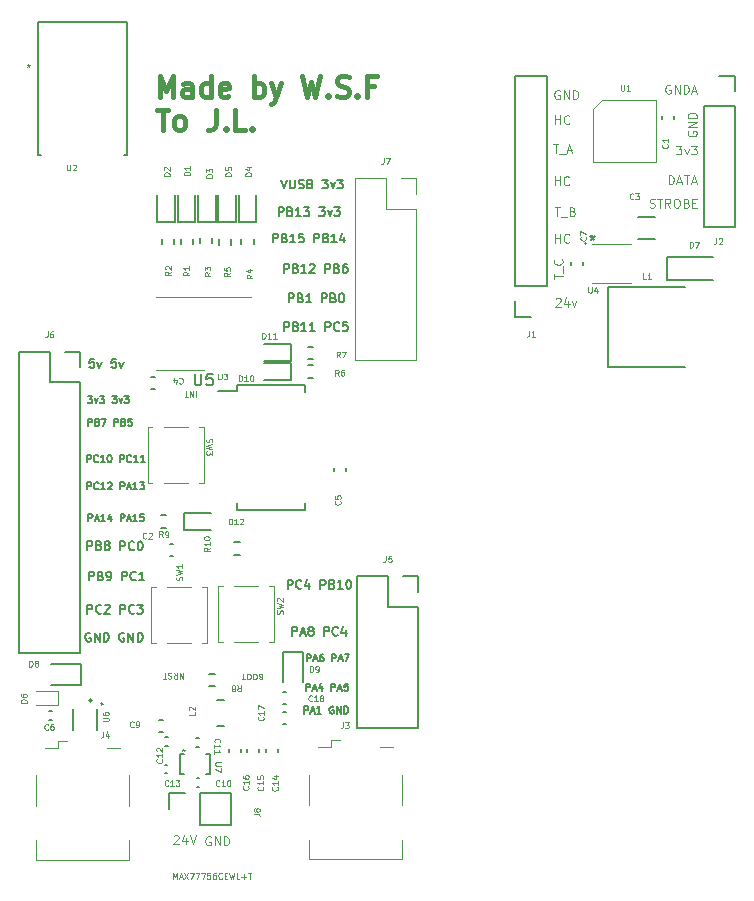
<source format=gbr>
%TF.GenerationSoftware,KiCad,Pcbnew,6.0.10-86aedd382b~118~ubuntu22.04.1*%
%TF.CreationDate,2023-01-21T23:49:39-03:00*%
%TF.ProjectId,MB_V2,4d425f56-322e-46b6-9963-61645f706362,rev?*%
%TF.SameCoordinates,Original*%
%TF.FileFunction,Legend,Top*%
%TF.FilePolarity,Positive*%
%FSLAX46Y46*%
G04 Gerber Fmt 4.6, Leading zero omitted, Abs format (unit mm)*
G04 Created by KiCad (PCBNEW 6.0.10-86aedd382b~118~ubuntu22.04.1) date 2023-01-21 23:49:39*
%MOMM*%
%LPD*%
G01*
G04 APERTURE LIST*
%ADD10C,0.125000*%
%ADD11C,0.150000*%
%ADD12C,0.400000*%
%ADD13C,0.120000*%
G04 APERTURE END LIST*
D10*
X141000714Y-114969285D02*
X141000714Y-114219285D01*
X141000714Y-114576428D02*
X141429285Y-114576428D01*
X141429285Y-114969285D02*
X141429285Y-114219285D01*
X142215000Y-114897857D02*
X142179285Y-114933571D01*
X142072142Y-114969285D01*
X142000714Y-114969285D01*
X141893571Y-114933571D01*
X141822142Y-114862142D01*
X141786428Y-114790714D01*
X141750714Y-114647857D01*
X141750714Y-114540714D01*
X141786428Y-114397857D01*
X141822142Y-114326428D01*
X141893571Y-114255000D01*
X142000714Y-114219285D01*
X142072142Y-114219285D01*
X142179285Y-114255000D01*
X142215000Y-114290714D01*
D11*
X119918571Y-162961428D02*
X119918571Y-162361428D01*
X120147142Y-162361428D01*
X120204285Y-162390000D01*
X120232857Y-162418571D01*
X120261428Y-162475714D01*
X120261428Y-162561428D01*
X120232857Y-162618571D01*
X120204285Y-162647142D01*
X120147142Y-162675714D01*
X119918571Y-162675714D01*
X120490000Y-162790000D02*
X120775714Y-162790000D01*
X120432857Y-162961428D02*
X120632857Y-162361428D01*
X120832857Y-162961428D01*
X121290000Y-162561428D02*
X121290000Y-162961428D01*
X121147142Y-162332857D02*
X121004285Y-162761428D01*
X121375714Y-162761428D01*
X122061428Y-162961428D02*
X122061428Y-162361428D01*
X122290000Y-162361428D01*
X122347142Y-162390000D01*
X122375714Y-162418571D01*
X122404285Y-162475714D01*
X122404285Y-162561428D01*
X122375714Y-162618571D01*
X122347142Y-162647142D01*
X122290000Y-162675714D01*
X122061428Y-162675714D01*
X122632857Y-162790000D02*
X122918571Y-162790000D01*
X122575714Y-162961428D02*
X122775714Y-162361428D01*
X122975714Y-162961428D01*
X123461428Y-162361428D02*
X123175714Y-162361428D01*
X123147142Y-162647142D01*
X123175714Y-162618571D01*
X123232857Y-162590000D01*
X123375714Y-162590000D01*
X123432857Y-162618571D01*
X123461428Y-162647142D01*
X123490000Y-162704285D01*
X123490000Y-162847142D01*
X123461428Y-162904285D01*
X123432857Y-162932857D01*
X123375714Y-162961428D01*
X123232857Y-162961428D01*
X123175714Y-162932857D01*
X123147142Y-162904285D01*
D10*
X140889285Y-128085000D02*
X140889285Y-127656428D01*
X141639285Y-127870714D02*
X140889285Y-127870714D01*
X141710714Y-127585000D02*
X141710714Y-127013571D01*
X141567857Y-126406428D02*
X141603571Y-126442142D01*
X141639285Y-126549285D01*
X141639285Y-126620714D01*
X141603571Y-126727857D01*
X141532142Y-126799285D01*
X141460714Y-126835000D01*
X141317857Y-126870714D01*
X141210714Y-126870714D01*
X141067857Y-126835000D01*
X140996428Y-126799285D01*
X140925000Y-126727857D01*
X140889285Y-126620714D01*
X140889285Y-126549285D01*
X140925000Y-126442142D01*
X140960714Y-126406428D01*
D11*
X118763214Y-158289285D02*
X118763214Y-157539285D01*
X119048928Y-157539285D01*
X119120357Y-157575000D01*
X119156071Y-157610714D01*
X119191785Y-157682142D01*
X119191785Y-157789285D01*
X119156071Y-157860714D01*
X119120357Y-157896428D01*
X119048928Y-157932142D01*
X118763214Y-157932142D01*
X119477500Y-158075000D02*
X119834642Y-158075000D01*
X119406071Y-158289285D02*
X119656071Y-157539285D01*
X119906071Y-158289285D01*
X120263214Y-157860714D02*
X120191785Y-157825000D01*
X120156071Y-157789285D01*
X120120357Y-157717857D01*
X120120357Y-157682142D01*
X120156071Y-157610714D01*
X120191785Y-157575000D01*
X120263214Y-157539285D01*
X120406071Y-157539285D01*
X120477500Y-157575000D01*
X120513214Y-157610714D01*
X120548928Y-157682142D01*
X120548928Y-157717857D01*
X120513214Y-157789285D01*
X120477500Y-157825000D01*
X120406071Y-157860714D01*
X120263214Y-157860714D01*
X120191785Y-157896428D01*
X120156071Y-157932142D01*
X120120357Y-158003571D01*
X120120357Y-158146428D01*
X120156071Y-158217857D01*
X120191785Y-158253571D01*
X120263214Y-158289285D01*
X120406071Y-158289285D01*
X120477500Y-158253571D01*
X120513214Y-158217857D01*
X120548928Y-158146428D01*
X120548928Y-158003571D01*
X120513214Y-157932142D01*
X120477500Y-157896428D01*
X120406071Y-157860714D01*
X121441785Y-158289285D02*
X121441785Y-157539285D01*
X121727500Y-157539285D01*
X121798928Y-157575000D01*
X121834642Y-157610714D01*
X121870357Y-157682142D01*
X121870357Y-157789285D01*
X121834642Y-157860714D01*
X121798928Y-157896428D01*
X121727500Y-157932142D01*
X121441785Y-157932142D01*
X122620357Y-158217857D02*
X122584642Y-158253571D01*
X122477500Y-158289285D01*
X122406071Y-158289285D01*
X122298928Y-158253571D01*
X122227500Y-158182142D01*
X122191785Y-158110714D01*
X122156071Y-157967857D01*
X122156071Y-157860714D01*
X122191785Y-157717857D01*
X122227500Y-157646428D01*
X122298928Y-157575000D01*
X122406071Y-157539285D01*
X122477500Y-157539285D01*
X122584642Y-157575000D01*
X122620357Y-157610714D01*
X123263214Y-157789285D02*
X123263214Y-158289285D01*
X123084642Y-157503571D02*
X122906071Y-158039285D01*
X123370357Y-158039285D01*
D10*
X111828571Y-175325000D02*
X111757142Y-175289285D01*
X111650000Y-175289285D01*
X111542857Y-175325000D01*
X111471428Y-175396428D01*
X111435714Y-175467857D01*
X111400000Y-175610714D01*
X111400000Y-175717857D01*
X111435714Y-175860714D01*
X111471428Y-175932142D01*
X111542857Y-176003571D01*
X111650000Y-176039285D01*
X111721428Y-176039285D01*
X111828571Y-176003571D01*
X111864285Y-175967857D01*
X111864285Y-175717857D01*
X111721428Y-175717857D01*
X112185714Y-176039285D02*
X112185714Y-175289285D01*
X112614285Y-176039285D01*
X112614285Y-175289285D01*
X112971428Y-176039285D02*
X112971428Y-175289285D01*
X113150000Y-175289285D01*
X113257142Y-175325000D01*
X113328571Y-175396428D01*
X113364285Y-175467857D01*
X113400000Y-175610714D01*
X113400000Y-175717857D01*
X113364285Y-175860714D01*
X113328571Y-175932142D01*
X113257142Y-176003571D01*
X113150000Y-176039285D01*
X112971428Y-176039285D01*
D11*
X101963214Y-134869285D02*
X101606071Y-134869285D01*
X101570357Y-135226428D01*
X101606071Y-135190714D01*
X101677500Y-135155000D01*
X101856071Y-135155000D01*
X101927500Y-135190714D01*
X101963214Y-135226428D01*
X101998928Y-135297857D01*
X101998928Y-135476428D01*
X101963214Y-135547857D01*
X101927500Y-135583571D01*
X101856071Y-135619285D01*
X101677500Y-135619285D01*
X101606071Y-135583571D01*
X101570357Y-135547857D01*
X102248928Y-135119285D02*
X102427500Y-135619285D01*
X102606071Y-135119285D01*
X103820357Y-134869285D02*
X103463214Y-134869285D01*
X103427500Y-135226428D01*
X103463214Y-135190714D01*
X103534642Y-135155000D01*
X103713214Y-135155000D01*
X103784642Y-135190714D01*
X103820357Y-135226428D01*
X103856071Y-135297857D01*
X103856071Y-135476428D01*
X103820357Y-135547857D01*
X103784642Y-135583571D01*
X103713214Y-135619285D01*
X103534642Y-135619285D01*
X103463214Y-135583571D01*
X103427500Y-135547857D01*
X104106071Y-135119285D02*
X104284642Y-135619285D01*
X104463214Y-135119285D01*
X101404285Y-145911428D02*
X101404285Y-145311428D01*
X101632857Y-145311428D01*
X101690000Y-145340000D01*
X101718571Y-145368571D01*
X101747142Y-145425714D01*
X101747142Y-145511428D01*
X101718571Y-145568571D01*
X101690000Y-145597142D01*
X101632857Y-145625714D01*
X101404285Y-145625714D01*
X102347142Y-145854285D02*
X102318571Y-145882857D01*
X102232857Y-145911428D01*
X102175714Y-145911428D01*
X102090000Y-145882857D01*
X102032857Y-145825714D01*
X102004285Y-145768571D01*
X101975714Y-145654285D01*
X101975714Y-145568571D01*
X102004285Y-145454285D01*
X102032857Y-145397142D01*
X102090000Y-145340000D01*
X102175714Y-145311428D01*
X102232857Y-145311428D01*
X102318571Y-145340000D01*
X102347142Y-145368571D01*
X102918571Y-145911428D02*
X102575714Y-145911428D01*
X102747142Y-145911428D02*
X102747142Y-145311428D01*
X102690000Y-145397142D01*
X102632857Y-145454285D01*
X102575714Y-145482857D01*
X103147142Y-145368571D02*
X103175714Y-145340000D01*
X103232857Y-145311428D01*
X103375714Y-145311428D01*
X103432857Y-145340000D01*
X103461428Y-145368571D01*
X103490000Y-145425714D01*
X103490000Y-145482857D01*
X103461428Y-145568571D01*
X103118571Y-145911428D01*
X103490000Y-145911428D01*
X104204285Y-145911428D02*
X104204285Y-145311428D01*
X104432857Y-145311428D01*
X104490000Y-145340000D01*
X104518571Y-145368571D01*
X104547142Y-145425714D01*
X104547142Y-145511428D01*
X104518571Y-145568571D01*
X104490000Y-145597142D01*
X104432857Y-145625714D01*
X104204285Y-145625714D01*
X104775714Y-145740000D02*
X105061428Y-145740000D01*
X104718571Y-145911428D02*
X104918571Y-145311428D01*
X105118571Y-145911428D01*
X105632857Y-145911428D02*
X105290000Y-145911428D01*
X105461428Y-145911428D02*
X105461428Y-145311428D01*
X105404285Y-145397142D01*
X105347142Y-145454285D01*
X105290000Y-145482857D01*
X105832857Y-145311428D02*
X106204285Y-145311428D01*
X106004285Y-145540000D01*
X106090000Y-145540000D01*
X106147142Y-145568571D01*
X106175714Y-145597142D01*
X106204285Y-145654285D01*
X106204285Y-145797142D01*
X106175714Y-145854285D01*
X106147142Y-145882857D01*
X106090000Y-145911428D01*
X105918571Y-145911428D01*
X105861428Y-145882857D01*
X105832857Y-145854285D01*
X117779285Y-119669285D02*
X118029285Y-120419285D01*
X118279285Y-119669285D01*
X118529285Y-119669285D02*
X118529285Y-120276428D01*
X118565000Y-120347857D01*
X118600714Y-120383571D01*
X118672142Y-120419285D01*
X118815000Y-120419285D01*
X118886428Y-120383571D01*
X118922142Y-120347857D01*
X118957857Y-120276428D01*
X118957857Y-119669285D01*
X119279285Y-120383571D02*
X119386428Y-120419285D01*
X119565000Y-120419285D01*
X119636428Y-120383571D01*
X119672142Y-120347857D01*
X119707857Y-120276428D01*
X119707857Y-120205000D01*
X119672142Y-120133571D01*
X119636428Y-120097857D01*
X119565000Y-120062142D01*
X119422142Y-120026428D01*
X119350714Y-119990714D01*
X119315000Y-119955000D01*
X119279285Y-119883571D01*
X119279285Y-119812142D01*
X119315000Y-119740714D01*
X119350714Y-119705000D01*
X119422142Y-119669285D01*
X119600714Y-119669285D01*
X119707857Y-119705000D01*
X120279285Y-120026428D02*
X120386428Y-120062142D01*
X120422142Y-120097857D01*
X120457857Y-120169285D01*
X120457857Y-120276428D01*
X120422142Y-120347857D01*
X120386428Y-120383571D01*
X120315000Y-120419285D01*
X120029285Y-120419285D01*
X120029285Y-119669285D01*
X120279285Y-119669285D01*
X120350714Y-119705000D01*
X120386428Y-119740714D01*
X120422142Y-119812142D01*
X120422142Y-119883571D01*
X120386428Y-119955000D01*
X120350714Y-119990714D01*
X120279285Y-120026428D01*
X120029285Y-120026428D01*
X121279285Y-119669285D02*
X121743571Y-119669285D01*
X121493571Y-119955000D01*
X121600714Y-119955000D01*
X121672142Y-119990714D01*
X121707857Y-120026428D01*
X121743571Y-120097857D01*
X121743571Y-120276428D01*
X121707857Y-120347857D01*
X121672142Y-120383571D01*
X121600714Y-120419285D01*
X121386428Y-120419285D01*
X121315000Y-120383571D01*
X121279285Y-120347857D01*
X121993571Y-119919285D02*
X122172142Y-120419285D01*
X122350714Y-119919285D01*
X122565000Y-119669285D02*
X123029285Y-119669285D01*
X122779285Y-119955000D01*
X122886428Y-119955000D01*
X122957857Y-119990714D01*
X122993571Y-120026428D01*
X123029285Y-120097857D01*
X123029285Y-120276428D01*
X122993571Y-120347857D01*
X122957857Y-120383571D01*
X122886428Y-120419285D01*
X122672142Y-120419285D01*
X122600714Y-120383571D01*
X122565000Y-120347857D01*
D10*
X140990714Y-125029285D02*
X140990714Y-124279285D01*
X140990714Y-124636428D02*
X141419285Y-124636428D01*
X141419285Y-125029285D02*
X141419285Y-124279285D01*
X142205000Y-124957857D02*
X142169285Y-124993571D01*
X142062142Y-125029285D01*
X141990714Y-125029285D01*
X141883571Y-124993571D01*
X141812142Y-124922142D01*
X141776428Y-124850714D01*
X141740714Y-124707857D01*
X141740714Y-124600714D01*
X141776428Y-124457857D01*
X141812142Y-124386428D01*
X141883571Y-124315000D01*
X141990714Y-124279285D01*
X142062142Y-124279285D01*
X142169285Y-124315000D01*
X142205000Y-124350714D01*
D11*
X101442857Y-140521428D02*
X101442857Y-139921428D01*
X101671428Y-139921428D01*
X101728571Y-139950000D01*
X101757142Y-139978571D01*
X101785714Y-140035714D01*
X101785714Y-140121428D01*
X101757142Y-140178571D01*
X101728571Y-140207142D01*
X101671428Y-140235714D01*
X101442857Y-140235714D01*
X102242857Y-140207142D02*
X102328571Y-140235714D01*
X102357142Y-140264285D01*
X102385714Y-140321428D01*
X102385714Y-140407142D01*
X102357142Y-140464285D01*
X102328571Y-140492857D01*
X102271428Y-140521428D01*
X102042857Y-140521428D01*
X102042857Y-139921428D01*
X102242857Y-139921428D01*
X102300000Y-139950000D01*
X102328571Y-139978571D01*
X102357142Y-140035714D01*
X102357142Y-140092857D01*
X102328571Y-140150000D01*
X102300000Y-140178571D01*
X102242857Y-140207142D01*
X102042857Y-140207142D01*
X102585714Y-139921428D02*
X102985714Y-139921428D01*
X102728571Y-140521428D01*
X103671428Y-140521428D02*
X103671428Y-139921428D01*
X103900000Y-139921428D01*
X103957142Y-139950000D01*
X103985714Y-139978571D01*
X104014285Y-140035714D01*
X104014285Y-140121428D01*
X103985714Y-140178571D01*
X103957142Y-140207142D01*
X103900000Y-140235714D01*
X103671428Y-140235714D01*
X104471428Y-140207142D02*
X104557142Y-140235714D01*
X104585714Y-140264285D01*
X104614285Y-140321428D01*
X104614285Y-140407142D01*
X104585714Y-140464285D01*
X104557142Y-140492857D01*
X104500000Y-140521428D01*
X104271428Y-140521428D01*
X104271428Y-139921428D01*
X104471428Y-139921428D01*
X104528571Y-139950000D01*
X104557142Y-139978571D01*
X104585714Y-140035714D01*
X104585714Y-140092857D01*
X104557142Y-140150000D01*
X104528571Y-140178571D01*
X104471428Y-140207142D01*
X104271428Y-140207142D01*
X105157142Y-139921428D02*
X104871428Y-139921428D01*
X104842857Y-140207142D01*
X104871428Y-140178571D01*
X104928571Y-140150000D01*
X105071428Y-140150000D01*
X105128571Y-140178571D01*
X105157142Y-140207142D01*
X105185714Y-140264285D01*
X105185714Y-140407142D01*
X105157142Y-140464285D01*
X105128571Y-140492857D01*
X105071428Y-140521428D01*
X104928571Y-140521428D01*
X104871428Y-140492857D01*
X104842857Y-140464285D01*
D10*
X140828571Y-116669285D02*
X141257142Y-116669285D01*
X141042857Y-117419285D02*
X141042857Y-116669285D01*
X141328571Y-117490714D02*
X141900000Y-117490714D01*
X142042857Y-117205000D02*
X142400000Y-117205000D01*
X141971428Y-117419285D02*
X142221428Y-116669285D01*
X142471428Y-117419285D01*
D11*
X101361428Y-143581428D02*
X101361428Y-142981428D01*
X101590000Y-142981428D01*
X101647142Y-143010000D01*
X101675714Y-143038571D01*
X101704285Y-143095714D01*
X101704285Y-143181428D01*
X101675714Y-143238571D01*
X101647142Y-143267142D01*
X101590000Y-143295714D01*
X101361428Y-143295714D01*
X102304285Y-143524285D02*
X102275714Y-143552857D01*
X102190000Y-143581428D01*
X102132857Y-143581428D01*
X102047142Y-143552857D01*
X101990000Y-143495714D01*
X101961428Y-143438571D01*
X101932857Y-143324285D01*
X101932857Y-143238571D01*
X101961428Y-143124285D01*
X101990000Y-143067142D01*
X102047142Y-143010000D01*
X102132857Y-142981428D01*
X102190000Y-142981428D01*
X102275714Y-143010000D01*
X102304285Y-143038571D01*
X102875714Y-143581428D02*
X102532857Y-143581428D01*
X102704285Y-143581428D02*
X102704285Y-142981428D01*
X102647142Y-143067142D01*
X102590000Y-143124285D01*
X102532857Y-143152857D01*
X103247142Y-142981428D02*
X103304285Y-142981428D01*
X103361428Y-143010000D01*
X103390000Y-143038571D01*
X103418571Y-143095714D01*
X103447142Y-143210000D01*
X103447142Y-143352857D01*
X103418571Y-143467142D01*
X103390000Y-143524285D01*
X103361428Y-143552857D01*
X103304285Y-143581428D01*
X103247142Y-143581428D01*
X103190000Y-143552857D01*
X103161428Y-143524285D01*
X103132857Y-143467142D01*
X103104285Y-143352857D01*
X103104285Y-143210000D01*
X103132857Y-143095714D01*
X103161428Y-143038571D01*
X103190000Y-143010000D01*
X103247142Y-142981428D01*
X104161428Y-143581428D02*
X104161428Y-142981428D01*
X104390000Y-142981428D01*
X104447142Y-143010000D01*
X104475714Y-143038571D01*
X104504285Y-143095714D01*
X104504285Y-143181428D01*
X104475714Y-143238571D01*
X104447142Y-143267142D01*
X104390000Y-143295714D01*
X104161428Y-143295714D01*
X105104285Y-143524285D02*
X105075714Y-143552857D01*
X104990000Y-143581428D01*
X104932857Y-143581428D01*
X104847142Y-143552857D01*
X104790000Y-143495714D01*
X104761428Y-143438571D01*
X104732857Y-143324285D01*
X104732857Y-143238571D01*
X104761428Y-143124285D01*
X104790000Y-143067142D01*
X104847142Y-143010000D01*
X104932857Y-142981428D01*
X104990000Y-142981428D01*
X105075714Y-143010000D01*
X105104285Y-143038571D01*
X105675714Y-143581428D02*
X105332857Y-143581428D01*
X105504285Y-143581428D02*
X105504285Y-142981428D01*
X105447142Y-143067142D01*
X105390000Y-143124285D01*
X105332857Y-143152857D01*
X106247142Y-143581428D02*
X105904285Y-143581428D01*
X106075714Y-143581428D02*
X106075714Y-142981428D01*
X106018571Y-143067142D01*
X105961428Y-143124285D01*
X105904285Y-143152857D01*
D10*
X152295000Y-115591428D02*
X152259285Y-115662857D01*
X152259285Y-115770000D01*
X152295000Y-115877142D01*
X152366428Y-115948571D01*
X152437857Y-115984285D01*
X152580714Y-116020000D01*
X152687857Y-116020000D01*
X152830714Y-115984285D01*
X152902142Y-115948571D01*
X152973571Y-115877142D01*
X153009285Y-115770000D01*
X153009285Y-115698571D01*
X152973571Y-115591428D01*
X152937857Y-115555714D01*
X152687857Y-115555714D01*
X152687857Y-115698571D01*
X153009285Y-115234285D02*
X152259285Y-115234285D01*
X153009285Y-114805714D01*
X152259285Y-114805714D01*
X153009285Y-114448571D02*
X152259285Y-114448571D01*
X152259285Y-114270000D01*
X152295000Y-114162857D01*
X152366428Y-114091428D01*
X152437857Y-114055714D01*
X152580714Y-114020000D01*
X152687857Y-114020000D01*
X152830714Y-114055714D01*
X152902142Y-114091428D01*
X152973571Y-114162857D01*
X153009285Y-114270000D01*
X153009285Y-114448571D01*
X141052857Y-129750714D02*
X141088571Y-129715000D01*
X141160000Y-129679285D01*
X141338571Y-129679285D01*
X141410000Y-129715000D01*
X141445714Y-129750714D01*
X141481428Y-129822142D01*
X141481428Y-129893571D01*
X141445714Y-130000714D01*
X141017142Y-130429285D01*
X141481428Y-130429285D01*
X142124285Y-129929285D02*
X142124285Y-130429285D01*
X141945714Y-129643571D02*
X141767142Y-130179285D01*
X142231428Y-130179285D01*
X142445714Y-129929285D02*
X142624285Y-130429285D01*
X142802857Y-129929285D01*
D11*
X119978571Y-160471428D02*
X119978571Y-159871428D01*
X120207142Y-159871428D01*
X120264285Y-159900000D01*
X120292857Y-159928571D01*
X120321428Y-159985714D01*
X120321428Y-160071428D01*
X120292857Y-160128571D01*
X120264285Y-160157142D01*
X120207142Y-160185714D01*
X119978571Y-160185714D01*
X120550000Y-160300000D02*
X120835714Y-160300000D01*
X120492857Y-160471428D02*
X120692857Y-159871428D01*
X120892857Y-160471428D01*
X121350000Y-159871428D02*
X121235714Y-159871428D01*
X121178571Y-159900000D01*
X121150000Y-159928571D01*
X121092857Y-160014285D01*
X121064285Y-160128571D01*
X121064285Y-160357142D01*
X121092857Y-160414285D01*
X121121428Y-160442857D01*
X121178571Y-160471428D01*
X121292857Y-160471428D01*
X121350000Y-160442857D01*
X121378571Y-160414285D01*
X121407142Y-160357142D01*
X121407142Y-160214285D01*
X121378571Y-160157142D01*
X121350000Y-160128571D01*
X121292857Y-160100000D01*
X121178571Y-160100000D01*
X121121428Y-160128571D01*
X121092857Y-160157142D01*
X121064285Y-160214285D01*
X122121428Y-160471428D02*
X122121428Y-159871428D01*
X122350000Y-159871428D01*
X122407142Y-159900000D01*
X122435714Y-159928571D01*
X122464285Y-159985714D01*
X122464285Y-160071428D01*
X122435714Y-160128571D01*
X122407142Y-160157142D01*
X122350000Y-160185714D01*
X122121428Y-160185714D01*
X122692857Y-160300000D02*
X122978571Y-160300000D01*
X122635714Y-160471428D02*
X122835714Y-159871428D01*
X123035714Y-160471428D01*
X123178571Y-159871428D02*
X123578571Y-159871428D01*
X123321428Y-160471428D01*
D12*
X107516666Y-112682916D02*
X107516666Y-110932916D01*
X108100000Y-112182916D01*
X108683333Y-110932916D01*
X108683333Y-112682916D01*
X110266666Y-112682916D02*
X110266666Y-111766250D01*
X110183333Y-111599583D01*
X110016666Y-111516250D01*
X109683333Y-111516250D01*
X109516666Y-111599583D01*
X110266666Y-112599583D02*
X110100000Y-112682916D01*
X109683333Y-112682916D01*
X109516666Y-112599583D01*
X109433333Y-112432916D01*
X109433333Y-112266250D01*
X109516666Y-112099583D01*
X109683333Y-112016250D01*
X110100000Y-112016250D01*
X110266666Y-111932916D01*
X111850000Y-112682916D02*
X111850000Y-110932916D01*
X111850000Y-112599583D02*
X111683333Y-112682916D01*
X111350000Y-112682916D01*
X111183333Y-112599583D01*
X111100000Y-112516250D01*
X111016666Y-112349583D01*
X111016666Y-111849583D01*
X111100000Y-111682916D01*
X111183333Y-111599583D01*
X111350000Y-111516250D01*
X111683333Y-111516250D01*
X111850000Y-111599583D01*
X113350000Y-112599583D02*
X113183333Y-112682916D01*
X112850000Y-112682916D01*
X112683333Y-112599583D01*
X112600000Y-112432916D01*
X112600000Y-111766250D01*
X112683333Y-111599583D01*
X112850000Y-111516250D01*
X113183333Y-111516250D01*
X113350000Y-111599583D01*
X113433333Y-111766250D01*
X113433333Y-111932916D01*
X112600000Y-112099583D01*
X115516666Y-112682916D02*
X115516666Y-110932916D01*
X115516666Y-111599583D02*
X115683333Y-111516250D01*
X116016666Y-111516250D01*
X116183333Y-111599583D01*
X116266666Y-111682916D01*
X116350000Y-111849583D01*
X116350000Y-112349583D01*
X116266666Y-112516250D01*
X116183333Y-112599583D01*
X116016666Y-112682916D01*
X115683333Y-112682916D01*
X115516666Y-112599583D01*
X116933333Y-111516250D02*
X117350000Y-112682916D01*
X117766666Y-111516250D02*
X117350000Y-112682916D01*
X117183333Y-113099583D01*
X117100000Y-113182916D01*
X116933333Y-113266250D01*
X119600000Y-110932916D02*
X120016666Y-112682916D01*
X120350000Y-111432916D01*
X120683333Y-112682916D01*
X121100000Y-110932916D01*
X121766666Y-112516250D02*
X121850000Y-112599583D01*
X121766666Y-112682916D01*
X121683333Y-112599583D01*
X121766666Y-112516250D01*
X121766666Y-112682916D01*
X122516666Y-112599583D02*
X122766666Y-112682916D01*
X123183333Y-112682916D01*
X123350000Y-112599583D01*
X123433333Y-112516250D01*
X123516666Y-112349583D01*
X123516666Y-112182916D01*
X123433333Y-112016250D01*
X123350000Y-111932916D01*
X123183333Y-111849583D01*
X122850000Y-111766250D01*
X122683333Y-111682916D01*
X122600000Y-111599583D01*
X122516666Y-111432916D01*
X122516666Y-111266250D01*
X122600000Y-111099583D01*
X122683333Y-111016250D01*
X122850000Y-110932916D01*
X123266666Y-110932916D01*
X123516666Y-111016250D01*
X124266666Y-112516250D02*
X124350000Y-112599583D01*
X124266666Y-112682916D01*
X124183333Y-112599583D01*
X124266666Y-112516250D01*
X124266666Y-112682916D01*
X125683333Y-111766250D02*
X125100000Y-111766250D01*
X125100000Y-112682916D02*
X125100000Y-110932916D01*
X125933333Y-110932916D01*
X107266666Y-113750416D02*
X108266666Y-113750416D01*
X107766666Y-115500416D02*
X107766666Y-113750416D01*
X109100000Y-115500416D02*
X108933333Y-115417083D01*
X108850000Y-115333750D01*
X108766666Y-115167083D01*
X108766666Y-114667083D01*
X108850000Y-114500416D01*
X108933333Y-114417083D01*
X109100000Y-114333750D01*
X109350000Y-114333750D01*
X109516666Y-114417083D01*
X109600000Y-114500416D01*
X109683333Y-114667083D01*
X109683333Y-115167083D01*
X109600000Y-115333750D01*
X109516666Y-115417083D01*
X109350000Y-115500416D01*
X109100000Y-115500416D01*
X112266666Y-113750416D02*
X112266666Y-115000416D01*
X112183333Y-115250416D01*
X112016666Y-115417083D01*
X111766666Y-115500416D01*
X111600000Y-115500416D01*
X113100000Y-115333750D02*
X113183333Y-115417083D01*
X113100000Y-115500416D01*
X113016666Y-115417083D01*
X113100000Y-115333750D01*
X113100000Y-115500416D01*
X114766666Y-115500416D02*
X113933333Y-115500416D01*
X113933333Y-113750416D01*
X115350000Y-115333750D02*
X115433333Y-115417083D01*
X115350000Y-115500416D01*
X115266666Y-115417083D01*
X115350000Y-115333750D01*
X115350000Y-115500416D01*
D11*
X118061428Y-132489285D02*
X118061428Y-131739285D01*
X118347142Y-131739285D01*
X118418571Y-131775000D01*
X118454285Y-131810714D01*
X118490000Y-131882142D01*
X118490000Y-131989285D01*
X118454285Y-132060714D01*
X118418571Y-132096428D01*
X118347142Y-132132142D01*
X118061428Y-132132142D01*
X119061428Y-132096428D02*
X119168571Y-132132142D01*
X119204285Y-132167857D01*
X119240000Y-132239285D01*
X119240000Y-132346428D01*
X119204285Y-132417857D01*
X119168571Y-132453571D01*
X119097142Y-132489285D01*
X118811428Y-132489285D01*
X118811428Y-131739285D01*
X119061428Y-131739285D01*
X119132857Y-131775000D01*
X119168571Y-131810714D01*
X119204285Y-131882142D01*
X119204285Y-131953571D01*
X119168571Y-132025000D01*
X119132857Y-132060714D01*
X119061428Y-132096428D01*
X118811428Y-132096428D01*
X119954285Y-132489285D02*
X119525714Y-132489285D01*
X119740000Y-132489285D02*
X119740000Y-131739285D01*
X119668571Y-131846428D01*
X119597142Y-131917857D01*
X119525714Y-131953571D01*
X120668571Y-132489285D02*
X120240000Y-132489285D01*
X120454285Y-132489285D02*
X120454285Y-131739285D01*
X120382857Y-131846428D01*
X120311428Y-131917857D01*
X120240000Y-131953571D01*
X121561428Y-132489285D02*
X121561428Y-131739285D01*
X121847142Y-131739285D01*
X121918571Y-131775000D01*
X121954285Y-131810714D01*
X121990000Y-131882142D01*
X121990000Y-131989285D01*
X121954285Y-132060714D01*
X121918571Y-132096428D01*
X121847142Y-132132142D01*
X121561428Y-132132142D01*
X122740000Y-132417857D02*
X122704285Y-132453571D01*
X122597142Y-132489285D01*
X122525714Y-132489285D01*
X122418571Y-132453571D01*
X122347142Y-132382142D01*
X122311428Y-132310714D01*
X122275714Y-132167857D01*
X122275714Y-132060714D01*
X122311428Y-131917857D01*
X122347142Y-131846428D01*
X122418571Y-131775000D01*
X122525714Y-131739285D01*
X122597142Y-131739285D01*
X122704285Y-131775000D01*
X122740000Y-131810714D01*
X123418571Y-131739285D02*
X123061428Y-131739285D01*
X123025714Y-132096428D01*
X123061428Y-132060714D01*
X123132857Y-132025000D01*
X123311428Y-132025000D01*
X123382857Y-132060714D01*
X123418571Y-132096428D01*
X123454285Y-132167857D01*
X123454285Y-132346428D01*
X123418571Y-132417857D01*
X123382857Y-132453571D01*
X123311428Y-132489285D01*
X123132857Y-132489285D01*
X123061428Y-132453571D01*
X123025714Y-132417857D01*
X101398571Y-151039285D02*
X101398571Y-150289285D01*
X101684285Y-150289285D01*
X101755714Y-150325000D01*
X101791428Y-150360714D01*
X101827142Y-150432142D01*
X101827142Y-150539285D01*
X101791428Y-150610714D01*
X101755714Y-150646428D01*
X101684285Y-150682142D01*
X101398571Y-150682142D01*
X102398571Y-150646428D02*
X102505714Y-150682142D01*
X102541428Y-150717857D01*
X102577142Y-150789285D01*
X102577142Y-150896428D01*
X102541428Y-150967857D01*
X102505714Y-151003571D01*
X102434285Y-151039285D01*
X102148571Y-151039285D01*
X102148571Y-150289285D01*
X102398571Y-150289285D01*
X102470000Y-150325000D01*
X102505714Y-150360714D01*
X102541428Y-150432142D01*
X102541428Y-150503571D01*
X102505714Y-150575000D01*
X102470000Y-150610714D01*
X102398571Y-150646428D01*
X102148571Y-150646428D01*
X103005714Y-150610714D02*
X102934285Y-150575000D01*
X102898571Y-150539285D01*
X102862857Y-150467857D01*
X102862857Y-150432142D01*
X102898571Y-150360714D01*
X102934285Y-150325000D01*
X103005714Y-150289285D01*
X103148571Y-150289285D01*
X103220000Y-150325000D01*
X103255714Y-150360714D01*
X103291428Y-150432142D01*
X103291428Y-150467857D01*
X103255714Y-150539285D01*
X103220000Y-150575000D01*
X103148571Y-150610714D01*
X103005714Y-150610714D01*
X102934285Y-150646428D01*
X102898571Y-150682142D01*
X102862857Y-150753571D01*
X102862857Y-150896428D01*
X102898571Y-150967857D01*
X102934285Y-151003571D01*
X103005714Y-151039285D01*
X103148571Y-151039285D01*
X103220000Y-151003571D01*
X103255714Y-150967857D01*
X103291428Y-150896428D01*
X103291428Y-150753571D01*
X103255714Y-150682142D01*
X103220000Y-150646428D01*
X103148571Y-150610714D01*
X104184285Y-151039285D02*
X104184285Y-150289285D01*
X104470000Y-150289285D01*
X104541428Y-150325000D01*
X104577142Y-150360714D01*
X104612857Y-150432142D01*
X104612857Y-150539285D01*
X104577142Y-150610714D01*
X104541428Y-150646428D01*
X104470000Y-150682142D01*
X104184285Y-150682142D01*
X105362857Y-150967857D02*
X105327142Y-151003571D01*
X105220000Y-151039285D01*
X105148571Y-151039285D01*
X105041428Y-151003571D01*
X104970000Y-150932142D01*
X104934285Y-150860714D01*
X104898571Y-150717857D01*
X104898571Y-150610714D01*
X104934285Y-150467857D01*
X104970000Y-150396428D01*
X105041428Y-150325000D01*
X105148571Y-150289285D01*
X105220000Y-150289285D01*
X105327142Y-150325000D01*
X105362857Y-150360714D01*
X105827142Y-150289285D02*
X105898571Y-150289285D01*
X105970000Y-150325000D01*
X106005714Y-150360714D01*
X106041428Y-150432142D01*
X106077142Y-150575000D01*
X106077142Y-150753571D01*
X106041428Y-150896428D01*
X106005714Y-150967857D01*
X105970000Y-151003571D01*
X105898571Y-151039285D01*
X105827142Y-151039285D01*
X105755714Y-151003571D01*
X105720000Y-150967857D01*
X105684285Y-150896428D01*
X105648571Y-150753571D01*
X105648571Y-150575000D01*
X105684285Y-150432142D01*
X105720000Y-150360714D01*
X105755714Y-150325000D01*
X105827142Y-150289285D01*
D10*
X140975000Y-122009285D02*
X141403571Y-122009285D01*
X141189285Y-122759285D02*
X141189285Y-122009285D01*
X141475000Y-122830714D02*
X142046428Y-122830714D01*
X142475000Y-122366428D02*
X142582142Y-122402142D01*
X142617857Y-122437857D01*
X142653571Y-122509285D01*
X142653571Y-122616428D01*
X142617857Y-122687857D01*
X142582142Y-122723571D01*
X142510714Y-122759285D01*
X142225000Y-122759285D01*
X142225000Y-122009285D01*
X142475000Y-122009285D01*
X142546428Y-122045000D01*
X142582142Y-122080714D01*
X142617857Y-122152142D01*
X142617857Y-122223571D01*
X142582142Y-122295000D01*
X142546428Y-122330714D01*
X142475000Y-122366428D01*
X142225000Y-122366428D01*
X151237142Y-116799285D02*
X151701428Y-116799285D01*
X151451428Y-117085000D01*
X151558571Y-117085000D01*
X151630000Y-117120714D01*
X151665714Y-117156428D01*
X151701428Y-117227857D01*
X151701428Y-117406428D01*
X151665714Y-117477857D01*
X151630000Y-117513571D01*
X151558571Y-117549285D01*
X151344285Y-117549285D01*
X151272857Y-117513571D01*
X151237142Y-117477857D01*
X151951428Y-117049285D02*
X152130000Y-117549285D01*
X152308571Y-117049285D01*
X152522857Y-116799285D02*
X152987142Y-116799285D01*
X152737142Y-117085000D01*
X152844285Y-117085000D01*
X152915714Y-117120714D01*
X152951428Y-117156428D01*
X152987142Y-117227857D01*
X152987142Y-117406428D01*
X152951428Y-117477857D01*
X152915714Y-117513571D01*
X152844285Y-117549285D01*
X152630000Y-117549285D01*
X152558571Y-117513571D01*
X152522857Y-117477857D01*
X149017857Y-122013571D02*
X149125000Y-122049285D01*
X149303571Y-122049285D01*
X149375000Y-122013571D01*
X149410714Y-121977857D01*
X149446428Y-121906428D01*
X149446428Y-121835000D01*
X149410714Y-121763571D01*
X149375000Y-121727857D01*
X149303571Y-121692142D01*
X149160714Y-121656428D01*
X149089285Y-121620714D01*
X149053571Y-121585000D01*
X149017857Y-121513571D01*
X149017857Y-121442142D01*
X149053571Y-121370714D01*
X149089285Y-121335000D01*
X149160714Y-121299285D01*
X149339285Y-121299285D01*
X149446428Y-121335000D01*
X149660714Y-121299285D02*
X150089285Y-121299285D01*
X149875000Y-122049285D02*
X149875000Y-121299285D01*
X150767857Y-122049285D02*
X150517857Y-121692142D01*
X150339285Y-122049285D02*
X150339285Y-121299285D01*
X150625000Y-121299285D01*
X150696428Y-121335000D01*
X150732142Y-121370714D01*
X150767857Y-121442142D01*
X150767857Y-121549285D01*
X150732142Y-121620714D01*
X150696428Y-121656428D01*
X150625000Y-121692142D01*
X150339285Y-121692142D01*
X151232142Y-121299285D02*
X151375000Y-121299285D01*
X151446428Y-121335000D01*
X151517857Y-121406428D01*
X151553571Y-121549285D01*
X151553571Y-121799285D01*
X151517857Y-121942142D01*
X151446428Y-122013571D01*
X151375000Y-122049285D01*
X151232142Y-122049285D01*
X151160714Y-122013571D01*
X151089285Y-121942142D01*
X151053571Y-121799285D01*
X151053571Y-121549285D01*
X151089285Y-121406428D01*
X151160714Y-121335000D01*
X151232142Y-121299285D01*
X152125000Y-121656428D02*
X152232142Y-121692142D01*
X152267857Y-121727857D01*
X152303571Y-121799285D01*
X152303571Y-121906428D01*
X152267857Y-121977857D01*
X152232142Y-122013571D01*
X152160714Y-122049285D01*
X151875000Y-122049285D01*
X151875000Y-121299285D01*
X152125000Y-121299285D01*
X152196428Y-121335000D01*
X152232142Y-121370714D01*
X152267857Y-121442142D01*
X152267857Y-121513571D01*
X152232142Y-121585000D01*
X152196428Y-121620714D01*
X152125000Y-121656428D01*
X151875000Y-121656428D01*
X152625000Y-121656428D02*
X152875000Y-121656428D01*
X152982142Y-122049285D02*
X152625000Y-122049285D01*
X152625000Y-121299285D01*
X152982142Y-121299285D01*
D11*
X118448571Y-130069285D02*
X118448571Y-129319285D01*
X118734285Y-129319285D01*
X118805714Y-129355000D01*
X118841428Y-129390714D01*
X118877142Y-129462142D01*
X118877142Y-129569285D01*
X118841428Y-129640714D01*
X118805714Y-129676428D01*
X118734285Y-129712142D01*
X118448571Y-129712142D01*
X119448571Y-129676428D02*
X119555714Y-129712142D01*
X119591428Y-129747857D01*
X119627142Y-129819285D01*
X119627142Y-129926428D01*
X119591428Y-129997857D01*
X119555714Y-130033571D01*
X119484285Y-130069285D01*
X119198571Y-130069285D01*
X119198571Y-129319285D01*
X119448571Y-129319285D01*
X119520000Y-129355000D01*
X119555714Y-129390714D01*
X119591428Y-129462142D01*
X119591428Y-129533571D01*
X119555714Y-129605000D01*
X119520000Y-129640714D01*
X119448571Y-129676428D01*
X119198571Y-129676428D01*
X120341428Y-130069285D02*
X119912857Y-130069285D01*
X120127142Y-130069285D02*
X120127142Y-129319285D01*
X120055714Y-129426428D01*
X119984285Y-129497857D01*
X119912857Y-129533571D01*
X121234285Y-130069285D02*
X121234285Y-129319285D01*
X121520000Y-129319285D01*
X121591428Y-129355000D01*
X121627142Y-129390714D01*
X121662857Y-129462142D01*
X121662857Y-129569285D01*
X121627142Y-129640714D01*
X121591428Y-129676428D01*
X121520000Y-129712142D01*
X121234285Y-129712142D01*
X122234285Y-129676428D02*
X122341428Y-129712142D01*
X122377142Y-129747857D01*
X122412857Y-129819285D01*
X122412857Y-129926428D01*
X122377142Y-129997857D01*
X122341428Y-130033571D01*
X122270000Y-130069285D01*
X121984285Y-130069285D01*
X121984285Y-129319285D01*
X122234285Y-129319285D01*
X122305714Y-129355000D01*
X122341428Y-129390714D01*
X122377142Y-129462142D01*
X122377142Y-129533571D01*
X122341428Y-129605000D01*
X122305714Y-129640714D01*
X122234285Y-129676428D01*
X121984285Y-129676428D01*
X122877142Y-129319285D02*
X122948571Y-129319285D01*
X123020000Y-129355000D01*
X123055714Y-129390714D01*
X123091428Y-129462142D01*
X123127142Y-129605000D01*
X123127142Y-129783571D01*
X123091428Y-129926428D01*
X123055714Y-129997857D01*
X123020000Y-130033571D01*
X122948571Y-130069285D01*
X122877142Y-130069285D01*
X122805714Y-130033571D01*
X122770000Y-129997857D01*
X122734285Y-129926428D01*
X122698571Y-129783571D01*
X122698571Y-129605000D01*
X122734285Y-129462142D01*
X122770000Y-129390714D01*
X122805714Y-129355000D01*
X122877142Y-129319285D01*
X118051428Y-127569285D02*
X118051428Y-126819285D01*
X118337142Y-126819285D01*
X118408571Y-126855000D01*
X118444285Y-126890714D01*
X118480000Y-126962142D01*
X118480000Y-127069285D01*
X118444285Y-127140714D01*
X118408571Y-127176428D01*
X118337142Y-127212142D01*
X118051428Y-127212142D01*
X119051428Y-127176428D02*
X119158571Y-127212142D01*
X119194285Y-127247857D01*
X119230000Y-127319285D01*
X119230000Y-127426428D01*
X119194285Y-127497857D01*
X119158571Y-127533571D01*
X119087142Y-127569285D01*
X118801428Y-127569285D01*
X118801428Y-126819285D01*
X119051428Y-126819285D01*
X119122857Y-126855000D01*
X119158571Y-126890714D01*
X119194285Y-126962142D01*
X119194285Y-127033571D01*
X119158571Y-127105000D01*
X119122857Y-127140714D01*
X119051428Y-127176428D01*
X118801428Y-127176428D01*
X119944285Y-127569285D02*
X119515714Y-127569285D01*
X119730000Y-127569285D02*
X119730000Y-126819285D01*
X119658571Y-126926428D01*
X119587142Y-126997857D01*
X119515714Y-127033571D01*
X120230000Y-126890714D02*
X120265714Y-126855000D01*
X120337142Y-126819285D01*
X120515714Y-126819285D01*
X120587142Y-126855000D01*
X120622857Y-126890714D01*
X120658571Y-126962142D01*
X120658571Y-127033571D01*
X120622857Y-127140714D01*
X120194285Y-127569285D01*
X120658571Y-127569285D01*
X121551428Y-127569285D02*
X121551428Y-126819285D01*
X121837142Y-126819285D01*
X121908571Y-126855000D01*
X121944285Y-126890714D01*
X121980000Y-126962142D01*
X121980000Y-127069285D01*
X121944285Y-127140714D01*
X121908571Y-127176428D01*
X121837142Y-127212142D01*
X121551428Y-127212142D01*
X122551428Y-127176428D02*
X122658571Y-127212142D01*
X122694285Y-127247857D01*
X122730000Y-127319285D01*
X122730000Y-127426428D01*
X122694285Y-127497857D01*
X122658571Y-127533571D01*
X122587142Y-127569285D01*
X122301428Y-127569285D01*
X122301428Y-126819285D01*
X122551428Y-126819285D01*
X122622857Y-126855000D01*
X122658571Y-126890714D01*
X122694285Y-126962142D01*
X122694285Y-127033571D01*
X122658571Y-127105000D01*
X122622857Y-127140714D01*
X122551428Y-127176428D01*
X122301428Y-127176428D01*
X123372857Y-126819285D02*
X123230000Y-126819285D01*
X123158571Y-126855000D01*
X123122857Y-126890714D01*
X123051428Y-126997857D01*
X123015714Y-127140714D01*
X123015714Y-127426428D01*
X123051428Y-127497857D01*
X123087142Y-127533571D01*
X123158571Y-127569285D01*
X123301428Y-127569285D01*
X123372857Y-127533571D01*
X123408571Y-127497857D01*
X123444285Y-127426428D01*
X123444285Y-127247857D01*
X123408571Y-127176428D01*
X123372857Y-127140714D01*
X123301428Y-127105000D01*
X123158571Y-127105000D01*
X123087142Y-127140714D01*
X123051428Y-127176428D01*
X123015714Y-127247857D01*
X117104285Y-124999285D02*
X117104285Y-124249285D01*
X117390000Y-124249285D01*
X117461428Y-124285000D01*
X117497142Y-124320714D01*
X117532857Y-124392142D01*
X117532857Y-124499285D01*
X117497142Y-124570714D01*
X117461428Y-124606428D01*
X117390000Y-124642142D01*
X117104285Y-124642142D01*
X118104285Y-124606428D02*
X118211428Y-124642142D01*
X118247142Y-124677857D01*
X118282857Y-124749285D01*
X118282857Y-124856428D01*
X118247142Y-124927857D01*
X118211428Y-124963571D01*
X118140000Y-124999285D01*
X117854285Y-124999285D01*
X117854285Y-124249285D01*
X118104285Y-124249285D01*
X118175714Y-124285000D01*
X118211428Y-124320714D01*
X118247142Y-124392142D01*
X118247142Y-124463571D01*
X118211428Y-124535000D01*
X118175714Y-124570714D01*
X118104285Y-124606428D01*
X117854285Y-124606428D01*
X118997142Y-124999285D02*
X118568571Y-124999285D01*
X118782857Y-124999285D02*
X118782857Y-124249285D01*
X118711428Y-124356428D01*
X118640000Y-124427857D01*
X118568571Y-124463571D01*
X119675714Y-124249285D02*
X119318571Y-124249285D01*
X119282857Y-124606428D01*
X119318571Y-124570714D01*
X119390000Y-124535000D01*
X119568571Y-124535000D01*
X119640000Y-124570714D01*
X119675714Y-124606428D01*
X119711428Y-124677857D01*
X119711428Y-124856428D01*
X119675714Y-124927857D01*
X119640000Y-124963571D01*
X119568571Y-124999285D01*
X119390000Y-124999285D01*
X119318571Y-124963571D01*
X119282857Y-124927857D01*
X120604285Y-124999285D02*
X120604285Y-124249285D01*
X120890000Y-124249285D01*
X120961428Y-124285000D01*
X120997142Y-124320714D01*
X121032857Y-124392142D01*
X121032857Y-124499285D01*
X120997142Y-124570714D01*
X120961428Y-124606428D01*
X120890000Y-124642142D01*
X120604285Y-124642142D01*
X121604285Y-124606428D02*
X121711428Y-124642142D01*
X121747142Y-124677857D01*
X121782857Y-124749285D01*
X121782857Y-124856428D01*
X121747142Y-124927857D01*
X121711428Y-124963571D01*
X121640000Y-124999285D01*
X121354285Y-124999285D01*
X121354285Y-124249285D01*
X121604285Y-124249285D01*
X121675714Y-124285000D01*
X121711428Y-124320714D01*
X121747142Y-124392142D01*
X121747142Y-124463571D01*
X121711428Y-124535000D01*
X121675714Y-124570714D01*
X121604285Y-124606428D01*
X121354285Y-124606428D01*
X122497142Y-124999285D02*
X122068571Y-124999285D01*
X122282857Y-124999285D02*
X122282857Y-124249285D01*
X122211428Y-124356428D01*
X122140000Y-124427857D01*
X122068571Y-124463571D01*
X123140000Y-124499285D02*
X123140000Y-124999285D01*
X122961428Y-124213571D02*
X122782857Y-124749285D01*
X123247142Y-124749285D01*
D10*
X150757142Y-111695000D02*
X150685714Y-111659285D01*
X150578571Y-111659285D01*
X150471428Y-111695000D01*
X150400000Y-111766428D01*
X150364285Y-111837857D01*
X150328571Y-111980714D01*
X150328571Y-112087857D01*
X150364285Y-112230714D01*
X150400000Y-112302142D01*
X150471428Y-112373571D01*
X150578571Y-112409285D01*
X150650000Y-112409285D01*
X150757142Y-112373571D01*
X150792857Y-112337857D01*
X150792857Y-112087857D01*
X150650000Y-112087857D01*
X151114285Y-112409285D02*
X151114285Y-111659285D01*
X151542857Y-112409285D01*
X151542857Y-111659285D01*
X151900000Y-112409285D02*
X151900000Y-111659285D01*
X152078571Y-111659285D01*
X152185714Y-111695000D01*
X152257142Y-111766428D01*
X152292857Y-111837857D01*
X152328571Y-111980714D01*
X152328571Y-112087857D01*
X152292857Y-112230714D01*
X152257142Y-112302142D01*
X152185714Y-112373571D01*
X152078571Y-112409285D01*
X151900000Y-112409285D01*
X152614285Y-112195000D02*
X152971428Y-112195000D01*
X152542857Y-112409285D02*
X152792857Y-111659285D01*
X153042857Y-112409285D01*
D11*
X101403571Y-156414285D02*
X101403571Y-155664285D01*
X101689285Y-155664285D01*
X101760714Y-155700000D01*
X101796428Y-155735714D01*
X101832142Y-155807142D01*
X101832142Y-155914285D01*
X101796428Y-155985714D01*
X101760714Y-156021428D01*
X101689285Y-156057142D01*
X101403571Y-156057142D01*
X102582142Y-156342857D02*
X102546428Y-156378571D01*
X102439285Y-156414285D01*
X102367857Y-156414285D01*
X102260714Y-156378571D01*
X102189285Y-156307142D01*
X102153571Y-156235714D01*
X102117857Y-156092857D01*
X102117857Y-155985714D01*
X102153571Y-155842857D01*
X102189285Y-155771428D01*
X102260714Y-155700000D01*
X102367857Y-155664285D01*
X102439285Y-155664285D01*
X102546428Y-155700000D01*
X102582142Y-155735714D01*
X102867857Y-155735714D02*
X102903571Y-155700000D01*
X102975000Y-155664285D01*
X103153571Y-155664285D01*
X103225000Y-155700000D01*
X103260714Y-155735714D01*
X103296428Y-155807142D01*
X103296428Y-155878571D01*
X103260714Y-155985714D01*
X102832142Y-156414285D01*
X103296428Y-156414285D01*
X104189285Y-156414285D02*
X104189285Y-155664285D01*
X104475000Y-155664285D01*
X104546428Y-155700000D01*
X104582142Y-155735714D01*
X104617857Y-155807142D01*
X104617857Y-155914285D01*
X104582142Y-155985714D01*
X104546428Y-156021428D01*
X104475000Y-156057142D01*
X104189285Y-156057142D01*
X105367857Y-156342857D02*
X105332142Y-156378571D01*
X105225000Y-156414285D01*
X105153571Y-156414285D01*
X105046428Y-156378571D01*
X104975000Y-156307142D01*
X104939285Y-156235714D01*
X104903571Y-156092857D01*
X104903571Y-155985714D01*
X104939285Y-155842857D01*
X104975000Y-155771428D01*
X105046428Y-155700000D01*
X105153571Y-155664285D01*
X105225000Y-155664285D01*
X105332142Y-155700000D01*
X105367857Y-155735714D01*
X105617857Y-155664285D02*
X106082142Y-155664285D01*
X105832142Y-155950000D01*
X105939285Y-155950000D01*
X106010714Y-155985714D01*
X106046428Y-156021428D01*
X106082142Y-156092857D01*
X106082142Y-156271428D01*
X106046428Y-156342857D01*
X106010714Y-156378571D01*
X105939285Y-156414285D01*
X105725000Y-156414285D01*
X105653571Y-156378571D01*
X105617857Y-156342857D01*
D10*
X108707142Y-175260714D02*
X108742857Y-175225000D01*
X108814285Y-175189285D01*
X108992857Y-175189285D01*
X109064285Y-175225000D01*
X109100000Y-175260714D01*
X109135714Y-175332142D01*
X109135714Y-175403571D01*
X109100000Y-175510714D01*
X108671428Y-175939285D01*
X109135714Y-175939285D01*
X109778571Y-175439285D02*
X109778571Y-175939285D01*
X109600000Y-175153571D02*
X109421428Y-175689285D01*
X109885714Y-175689285D01*
X110064285Y-175189285D02*
X110314285Y-175939285D01*
X110564285Y-175189285D01*
D11*
X101650000Y-158075000D02*
X101578571Y-158039285D01*
X101471428Y-158039285D01*
X101364285Y-158075000D01*
X101292857Y-158146428D01*
X101257142Y-158217857D01*
X101221428Y-158360714D01*
X101221428Y-158467857D01*
X101257142Y-158610714D01*
X101292857Y-158682142D01*
X101364285Y-158753571D01*
X101471428Y-158789285D01*
X101542857Y-158789285D01*
X101650000Y-158753571D01*
X101685714Y-158717857D01*
X101685714Y-158467857D01*
X101542857Y-158467857D01*
X102007142Y-158789285D02*
X102007142Y-158039285D01*
X102435714Y-158789285D01*
X102435714Y-158039285D01*
X102792857Y-158789285D02*
X102792857Y-158039285D01*
X102971428Y-158039285D01*
X103078571Y-158075000D01*
X103150000Y-158146428D01*
X103185714Y-158217857D01*
X103221428Y-158360714D01*
X103221428Y-158467857D01*
X103185714Y-158610714D01*
X103150000Y-158682142D01*
X103078571Y-158753571D01*
X102971428Y-158789285D01*
X102792857Y-158789285D01*
X104507142Y-158075000D02*
X104435714Y-158039285D01*
X104328571Y-158039285D01*
X104221428Y-158075000D01*
X104150000Y-158146428D01*
X104114285Y-158217857D01*
X104078571Y-158360714D01*
X104078571Y-158467857D01*
X104114285Y-158610714D01*
X104150000Y-158682142D01*
X104221428Y-158753571D01*
X104328571Y-158789285D01*
X104400000Y-158789285D01*
X104507142Y-158753571D01*
X104542857Y-158717857D01*
X104542857Y-158467857D01*
X104400000Y-158467857D01*
X104864285Y-158789285D02*
X104864285Y-158039285D01*
X105292857Y-158789285D01*
X105292857Y-158039285D01*
X105650000Y-158789285D02*
X105650000Y-158039285D01*
X105828571Y-158039285D01*
X105935714Y-158075000D01*
X106007142Y-158146428D01*
X106042857Y-158217857D01*
X106078571Y-158360714D01*
X106078571Y-158467857D01*
X106042857Y-158610714D01*
X106007142Y-158682142D01*
X105935714Y-158753571D01*
X105828571Y-158789285D01*
X105650000Y-158789285D01*
X118351428Y-154319285D02*
X118351428Y-153569285D01*
X118637142Y-153569285D01*
X118708571Y-153605000D01*
X118744285Y-153640714D01*
X118780000Y-153712142D01*
X118780000Y-153819285D01*
X118744285Y-153890714D01*
X118708571Y-153926428D01*
X118637142Y-153962142D01*
X118351428Y-153962142D01*
X119530000Y-154247857D02*
X119494285Y-154283571D01*
X119387142Y-154319285D01*
X119315714Y-154319285D01*
X119208571Y-154283571D01*
X119137142Y-154212142D01*
X119101428Y-154140714D01*
X119065714Y-153997857D01*
X119065714Y-153890714D01*
X119101428Y-153747857D01*
X119137142Y-153676428D01*
X119208571Y-153605000D01*
X119315714Y-153569285D01*
X119387142Y-153569285D01*
X119494285Y-153605000D01*
X119530000Y-153640714D01*
X120172857Y-153819285D02*
X120172857Y-154319285D01*
X119994285Y-153533571D02*
X119815714Y-154069285D01*
X120280000Y-154069285D01*
X121137142Y-154319285D02*
X121137142Y-153569285D01*
X121422857Y-153569285D01*
X121494285Y-153605000D01*
X121530000Y-153640714D01*
X121565714Y-153712142D01*
X121565714Y-153819285D01*
X121530000Y-153890714D01*
X121494285Y-153926428D01*
X121422857Y-153962142D01*
X121137142Y-153962142D01*
X122137142Y-153926428D02*
X122244285Y-153962142D01*
X122280000Y-153997857D01*
X122315714Y-154069285D01*
X122315714Y-154176428D01*
X122280000Y-154247857D01*
X122244285Y-154283571D01*
X122172857Y-154319285D01*
X121887142Y-154319285D01*
X121887142Y-153569285D01*
X122137142Y-153569285D01*
X122208571Y-153605000D01*
X122244285Y-153640714D01*
X122280000Y-153712142D01*
X122280000Y-153783571D01*
X122244285Y-153855000D01*
X122208571Y-153890714D01*
X122137142Y-153926428D01*
X121887142Y-153926428D01*
X123030000Y-154319285D02*
X122601428Y-154319285D01*
X122815714Y-154319285D02*
X122815714Y-153569285D01*
X122744285Y-153676428D01*
X122672857Y-153747857D01*
X122601428Y-153783571D01*
X123494285Y-153569285D02*
X123565714Y-153569285D01*
X123637142Y-153605000D01*
X123672857Y-153640714D01*
X123708571Y-153712142D01*
X123744285Y-153855000D01*
X123744285Y-154033571D01*
X123708571Y-154176428D01*
X123672857Y-154247857D01*
X123637142Y-154283571D01*
X123565714Y-154319285D01*
X123494285Y-154319285D01*
X123422857Y-154283571D01*
X123387142Y-154247857D01*
X123351428Y-154176428D01*
X123315714Y-154033571D01*
X123315714Y-153855000D01*
X123351428Y-153712142D01*
X123387142Y-153640714D01*
X123422857Y-153605000D01*
X123494285Y-153569285D01*
X117591071Y-122759285D02*
X117591071Y-122009285D01*
X117876785Y-122009285D01*
X117948214Y-122045000D01*
X117983928Y-122080714D01*
X118019642Y-122152142D01*
X118019642Y-122259285D01*
X117983928Y-122330714D01*
X117948214Y-122366428D01*
X117876785Y-122402142D01*
X117591071Y-122402142D01*
X118591071Y-122366428D02*
X118698214Y-122402142D01*
X118733928Y-122437857D01*
X118769642Y-122509285D01*
X118769642Y-122616428D01*
X118733928Y-122687857D01*
X118698214Y-122723571D01*
X118626785Y-122759285D01*
X118341071Y-122759285D01*
X118341071Y-122009285D01*
X118591071Y-122009285D01*
X118662500Y-122045000D01*
X118698214Y-122080714D01*
X118733928Y-122152142D01*
X118733928Y-122223571D01*
X118698214Y-122295000D01*
X118662500Y-122330714D01*
X118591071Y-122366428D01*
X118341071Y-122366428D01*
X119483928Y-122759285D02*
X119055357Y-122759285D01*
X119269642Y-122759285D02*
X119269642Y-122009285D01*
X119198214Y-122116428D01*
X119126785Y-122187857D01*
X119055357Y-122223571D01*
X119733928Y-122009285D02*
X120198214Y-122009285D01*
X119948214Y-122295000D01*
X120055357Y-122295000D01*
X120126785Y-122330714D01*
X120162500Y-122366428D01*
X120198214Y-122437857D01*
X120198214Y-122616428D01*
X120162500Y-122687857D01*
X120126785Y-122723571D01*
X120055357Y-122759285D01*
X119841071Y-122759285D01*
X119769642Y-122723571D01*
X119733928Y-122687857D01*
X121019642Y-122009285D02*
X121483928Y-122009285D01*
X121233928Y-122295000D01*
X121341071Y-122295000D01*
X121412500Y-122330714D01*
X121448214Y-122366428D01*
X121483928Y-122437857D01*
X121483928Y-122616428D01*
X121448214Y-122687857D01*
X121412500Y-122723571D01*
X121341071Y-122759285D01*
X121126785Y-122759285D01*
X121055357Y-122723571D01*
X121019642Y-122687857D01*
X121733928Y-122259285D02*
X121912500Y-122759285D01*
X122091071Y-122259285D01*
X122305357Y-122009285D02*
X122769642Y-122009285D01*
X122519642Y-122295000D01*
X122626785Y-122295000D01*
X122698214Y-122330714D01*
X122733928Y-122366428D01*
X122769642Y-122437857D01*
X122769642Y-122616428D01*
X122733928Y-122687857D01*
X122698214Y-122723571D01*
X122626785Y-122759285D01*
X122412500Y-122759285D01*
X122341071Y-122723571D01*
X122305357Y-122687857D01*
X101447142Y-137991428D02*
X101818571Y-137991428D01*
X101618571Y-138220000D01*
X101704285Y-138220000D01*
X101761428Y-138248571D01*
X101790000Y-138277142D01*
X101818571Y-138334285D01*
X101818571Y-138477142D01*
X101790000Y-138534285D01*
X101761428Y-138562857D01*
X101704285Y-138591428D01*
X101532857Y-138591428D01*
X101475714Y-138562857D01*
X101447142Y-138534285D01*
X102018571Y-138191428D02*
X102161428Y-138591428D01*
X102304285Y-138191428D01*
X102475714Y-137991428D02*
X102847142Y-137991428D01*
X102647142Y-138220000D01*
X102732857Y-138220000D01*
X102790000Y-138248571D01*
X102818571Y-138277142D01*
X102847142Y-138334285D01*
X102847142Y-138477142D01*
X102818571Y-138534285D01*
X102790000Y-138562857D01*
X102732857Y-138591428D01*
X102561428Y-138591428D01*
X102504285Y-138562857D01*
X102475714Y-138534285D01*
X103504285Y-137991428D02*
X103875714Y-137991428D01*
X103675714Y-138220000D01*
X103761428Y-138220000D01*
X103818571Y-138248571D01*
X103847142Y-138277142D01*
X103875714Y-138334285D01*
X103875714Y-138477142D01*
X103847142Y-138534285D01*
X103818571Y-138562857D01*
X103761428Y-138591428D01*
X103590000Y-138591428D01*
X103532857Y-138562857D01*
X103504285Y-138534285D01*
X104075714Y-138191428D02*
X104218571Y-138591428D01*
X104361428Y-138191428D01*
X104532857Y-137991428D02*
X104904285Y-137991428D01*
X104704285Y-138220000D01*
X104790000Y-138220000D01*
X104847142Y-138248571D01*
X104875714Y-138277142D01*
X104904285Y-138334285D01*
X104904285Y-138477142D01*
X104875714Y-138534285D01*
X104847142Y-138562857D01*
X104790000Y-138591428D01*
X104618571Y-138591428D01*
X104561428Y-138562857D01*
X104532857Y-138534285D01*
X101497142Y-148591428D02*
X101497142Y-147991428D01*
X101725714Y-147991428D01*
X101782857Y-148020000D01*
X101811428Y-148048571D01*
X101840000Y-148105714D01*
X101840000Y-148191428D01*
X101811428Y-148248571D01*
X101782857Y-148277142D01*
X101725714Y-148305714D01*
X101497142Y-148305714D01*
X102068571Y-148420000D02*
X102354285Y-148420000D01*
X102011428Y-148591428D02*
X102211428Y-147991428D01*
X102411428Y-148591428D01*
X102925714Y-148591428D02*
X102582857Y-148591428D01*
X102754285Y-148591428D02*
X102754285Y-147991428D01*
X102697142Y-148077142D01*
X102640000Y-148134285D01*
X102582857Y-148162857D01*
X103440000Y-148191428D02*
X103440000Y-148591428D01*
X103297142Y-147962857D02*
X103154285Y-148391428D01*
X103525714Y-148391428D01*
X104211428Y-148591428D02*
X104211428Y-147991428D01*
X104440000Y-147991428D01*
X104497142Y-148020000D01*
X104525714Y-148048571D01*
X104554285Y-148105714D01*
X104554285Y-148191428D01*
X104525714Y-148248571D01*
X104497142Y-148277142D01*
X104440000Y-148305714D01*
X104211428Y-148305714D01*
X104782857Y-148420000D02*
X105068571Y-148420000D01*
X104725714Y-148591428D02*
X104925714Y-147991428D01*
X105125714Y-148591428D01*
X105640000Y-148591428D02*
X105297142Y-148591428D01*
X105468571Y-148591428D02*
X105468571Y-147991428D01*
X105411428Y-148077142D01*
X105354285Y-148134285D01*
X105297142Y-148162857D01*
X106182857Y-147991428D02*
X105897142Y-147991428D01*
X105868571Y-148277142D01*
X105897142Y-148248571D01*
X105954285Y-148220000D01*
X106097142Y-148220000D01*
X106154285Y-148248571D01*
X106182857Y-148277142D01*
X106211428Y-148334285D01*
X106211428Y-148477142D01*
X106182857Y-148534285D01*
X106154285Y-148562857D01*
X106097142Y-148591428D01*
X105954285Y-148591428D01*
X105897142Y-148562857D01*
X105868571Y-148534285D01*
D10*
X140970714Y-120129285D02*
X140970714Y-119379285D01*
X140970714Y-119736428D02*
X141399285Y-119736428D01*
X141399285Y-120129285D02*
X141399285Y-119379285D01*
X142185000Y-120057857D02*
X142149285Y-120093571D01*
X142042142Y-120129285D01*
X141970714Y-120129285D01*
X141863571Y-120093571D01*
X141792142Y-120022142D01*
X141756428Y-119950714D01*
X141720714Y-119807857D01*
X141720714Y-119700714D01*
X141756428Y-119557857D01*
X141792142Y-119486428D01*
X141863571Y-119415000D01*
X141970714Y-119379285D01*
X142042142Y-119379285D01*
X142149285Y-119415000D01*
X142185000Y-119450714D01*
D11*
X119767142Y-164881428D02*
X119767142Y-164281428D01*
X119995714Y-164281428D01*
X120052857Y-164310000D01*
X120081428Y-164338571D01*
X120110000Y-164395714D01*
X120110000Y-164481428D01*
X120081428Y-164538571D01*
X120052857Y-164567142D01*
X119995714Y-164595714D01*
X119767142Y-164595714D01*
X120338571Y-164710000D02*
X120624285Y-164710000D01*
X120281428Y-164881428D02*
X120481428Y-164281428D01*
X120681428Y-164881428D01*
X121195714Y-164881428D02*
X120852857Y-164881428D01*
X121024285Y-164881428D02*
X121024285Y-164281428D01*
X120967142Y-164367142D01*
X120910000Y-164424285D01*
X120852857Y-164452857D01*
X122224285Y-164310000D02*
X122167142Y-164281428D01*
X122081428Y-164281428D01*
X121995714Y-164310000D01*
X121938571Y-164367142D01*
X121910000Y-164424285D01*
X121881428Y-164538571D01*
X121881428Y-164624285D01*
X121910000Y-164738571D01*
X121938571Y-164795714D01*
X121995714Y-164852857D01*
X122081428Y-164881428D01*
X122138571Y-164881428D01*
X122224285Y-164852857D01*
X122252857Y-164824285D01*
X122252857Y-164624285D01*
X122138571Y-164624285D01*
X122510000Y-164881428D02*
X122510000Y-164281428D01*
X122852857Y-164881428D01*
X122852857Y-164281428D01*
X123138571Y-164881428D02*
X123138571Y-164281428D01*
X123281428Y-164281428D01*
X123367142Y-164310000D01*
X123424285Y-164367142D01*
X123452857Y-164424285D01*
X123481428Y-164538571D01*
X123481428Y-164624285D01*
X123452857Y-164738571D01*
X123424285Y-164795714D01*
X123367142Y-164852857D01*
X123281428Y-164881428D01*
X123138571Y-164881428D01*
D10*
X141378571Y-112145000D02*
X141307142Y-112109285D01*
X141200000Y-112109285D01*
X141092857Y-112145000D01*
X141021428Y-112216428D01*
X140985714Y-112287857D01*
X140950000Y-112430714D01*
X140950000Y-112537857D01*
X140985714Y-112680714D01*
X141021428Y-112752142D01*
X141092857Y-112823571D01*
X141200000Y-112859285D01*
X141271428Y-112859285D01*
X141378571Y-112823571D01*
X141414285Y-112787857D01*
X141414285Y-112537857D01*
X141271428Y-112537857D01*
X141735714Y-112859285D02*
X141735714Y-112109285D01*
X142164285Y-112859285D01*
X142164285Y-112109285D01*
X142521428Y-112859285D02*
X142521428Y-112109285D01*
X142700000Y-112109285D01*
X142807142Y-112145000D01*
X142878571Y-112216428D01*
X142914285Y-112287857D01*
X142950000Y-112430714D01*
X142950000Y-112537857D01*
X142914285Y-112680714D01*
X142878571Y-112752142D01*
X142807142Y-112823571D01*
X142700000Y-112859285D01*
X142521428Y-112859285D01*
D11*
X101528571Y-153619285D02*
X101528571Y-152869285D01*
X101814285Y-152869285D01*
X101885714Y-152905000D01*
X101921428Y-152940714D01*
X101957142Y-153012142D01*
X101957142Y-153119285D01*
X101921428Y-153190714D01*
X101885714Y-153226428D01*
X101814285Y-153262142D01*
X101528571Y-153262142D01*
X102528571Y-153226428D02*
X102635714Y-153262142D01*
X102671428Y-153297857D01*
X102707142Y-153369285D01*
X102707142Y-153476428D01*
X102671428Y-153547857D01*
X102635714Y-153583571D01*
X102564285Y-153619285D01*
X102278571Y-153619285D01*
X102278571Y-152869285D01*
X102528571Y-152869285D01*
X102600000Y-152905000D01*
X102635714Y-152940714D01*
X102671428Y-153012142D01*
X102671428Y-153083571D01*
X102635714Y-153155000D01*
X102600000Y-153190714D01*
X102528571Y-153226428D01*
X102278571Y-153226428D01*
X103064285Y-153619285D02*
X103207142Y-153619285D01*
X103278571Y-153583571D01*
X103314285Y-153547857D01*
X103385714Y-153440714D01*
X103421428Y-153297857D01*
X103421428Y-153012142D01*
X103385714Y-152940714D01*
X103350000Y-152905000D01*
X103278571Y-152869285D01*
X103135714Y-152869285D01*
X103064285Y-152905000D01*
X103028571Y-152940714D01*
X102992857Y-153012142D01*
X102992857Y-153190714D01*
X103028571Y-153262142D01*
X103064285Y-153297857D01*
X103135714Y-153333571D01*
X103278571Y-153333571D01*
X103350000Y-153297857D01*
X103385714Y-153262142D01*
X103421428Y-153190714D01*
X104314285Y-153619285D02*
X104314285Y-152869285D01*
X104600000Y-152869285D01*
X104671428Y-152905000D01*
X104707142Y-152940714D01*
X104742857Y-153012142D01*
X104742857Y-153119285D01*
X104707142Y-153190714D01*
X104671428Y-153226428D01*
X104600000Y-153262142D01*
X104314285Y-153262142D01*
X105492857Y-153547857D02*
X105457142Y-153583571D01*
X105350000Y-153619285D01*
X105278571Y-153619285D01*
X105171428Y-153583571D01*
X105100000Y-153512142D01*
X105064285Y-153440714D01*
X105028571Y-153297857D01*
X105028571Y-153190714D01*
X105064285Y-153047857D01*
X105100000Y-152976428D01*
X105171428Y-152905000D01*
X105278571Y-152869285D01*
X105350000Y-152869285D01*
X105457142Y-152905000D01*
X105492857Y-152940714D01*
X106207142Y-153619285D02*
X105778571Y-153619285D01*
X105992857Y-153619285D02*
X105992857Y-152869285D01*
X105921428Y-152976428D01*
X105850000Y-153047857D01*
X105778571Y-153083571D01*
D10*
X150635000Y-120059285D02*
X150635000Y-119309285D01*
X150813571Y-119309285D01*
X150920714Y-119345000D01*
X150992142Y-119416428D01*
X151027857Y-119487857D01*
X151063571Y-119630714D01*
X151063571Y-119737857D01*
X151027857Y-119880714D01*
X150992142Y-119952142D01*
X150920714Y-120023571D01*
X150813571Y-120059285D01*
X150635000Y-120059285D01*
X151349285Y-119845000D02*
X151706428Y-119845000D01*
X151277857Y-120059285D02*
X151527857Y-119309285D01*
X151777857Y-120059285D01*
X151920714Y-119309285D02*
X152349285Y-119309285D01*
X152135000Y-120059285D02*
X152135000Y-119309285D01*
X152563571Y-119845000D02*
X152920714Y-119845000D01*
X152492142Y-120059285D02*
X152742142Y-119309285D01*
X152992142Y-120059285D01*
D11*
%TO.C,U5*%
X110478095Y-136102380D02*
X110478095Y-136911904D01*
X110525714Y-137007142D01*
X110573333Y-137054761D01*
X110668571Y-137102380D01*
X110859047Y-137102380D01*
X110954285Y-137054761D01*
X111001904Y-137007142D01*
X111049523Y-136911904D01*
X111049523Y-136102380D01*
X112001904Y-136102380D02*
X111525714Y-136102380D01*
X111478095Y-136578571D01*
X111525714Y-136530952D01*
X111620952Y-136483333D01*
X111859047Y-136483333D01*
X111954285Y-136530952D01*
X112001904Y-136578571D01*
X112049523Y-136673809D01*
X112049523Y-136911904D01*
X112001904Y-137007142D01*
X111954285Y-137054761D01*
X111859047Y-137102380D01*
X111620952Y-137102380D01*
X111525714Y-137054761D01*
X111478095Y-137007142D01*
D10*
%TO.C,U4*%
X143829047Y-128756190D02*
X143829047Y-129160952D01*
X143852857Y-129208571D01*
X143876666Y-129232380D01*
X143924285Y-129256190D01*
X144019523Y-129256190D01*
X144067142Y-129232380D01*
X144090952Y-129208571D01*
X144114761Y-129160952D01*
X144114761Y-128756190D01*
X144567142Y-128922857D02*
X144567142Y-129256190D01*
X144448095Y-128732380D02*
X144329047Y-129089523D01*
X144638571Y-129089523D01*
D11*
X144160000Y-124342380D02*
X144160000Y-124580476D01*
X143921904Y-124485238D02*
X144160000Y-124580476D01*
X144398095Y-124485238D01*
X144017142Y-124770952D02*
X144160000Y-124580476D01*
X144302857Y-124770952D01*
D10*
%TO.C,D6*%
X96266190Y-163969047D02*
X95766190Y-163969047D01*
X95766190Y-163850000D01*
X95790000Y-163778571D01*
X95837619Y-163730952D01*
X95885238Y-163707142D01*
X95980476Y-163683333D01*
X96051904Y-163683333D01*
X96147142Y-163707142D01*
X96194761Y-163730952D01*
X96242380Y-163778571D01*
X96266190Y-163850000D01*
X96266190Y-163969047D01*
X95766190Y-163254761D02*
X95766190Y-163350000D01*
X95790000Y-163397619D01*
X95813809Y-163421428D01*
X95885238Y-163469047D01*
X95980476Y-163492857D01*
X96170952Y-163492857D01*
X96218571Y-163469047D01*
X96242380Y-163445238D01*
X96266190Y-163397619D01*
X96266190Y-163302380D01*
X96242380Y-163254761D01*
X96218571Y-163230952D01*
X96170952Y-163207142D01*
X96051904Y-163207142D01*
X96004285Y-163230952D01*
X95980476Y-163254761D01*
X95956666Y-163302380D01*
X95956666Y-163397619D01*
X95980476Y-163445238D01*
X96004285Y-163469047D01*
X96051904Y-163492857D01*
%TO.C,SW3*%
X111497619Y-141633333D02*
X111473809Y-141704761D01*
X111473809Y-141823809D01*
X111497619Y-141871428D01*
X111521428Y-141895238D01*
X111569047Y-141919047D01*
X111616666Y-141919047D01*
X111664285Y-141895238D01*
X111688095Y-141871428D01*
X111711904Y-141823809D01*
X111735714Y-141728571D01*
X111759523Y-141680952D01*
X111783333Y-141657142D01*
X111830952Y-141633333D01*
X111878571Y-141633333D01*
X111926190Y-141657142D01*
X111950000Y-141680952D01*
X111973809Y-141728571D01*
X111973809Y-141847619D01*
X111950000Y-141919047D01*
X111973809Y-142085714D02*
X111473809Y-142204761D01*
X111830952Y-142300000D01*
X111473809Y-142395238D01*
X111973809Y-142514285D01*
X111973809Y-142657142D02*
X111973809Y-142966666D01*
X111783333Y-142800000D01*
X111783333Y-142871428D01*
X111759523Y-142919047D01*
X111735714Y-142942857D01*
X111688095Y-142966666D01*
X111569047Y-142966666D01*
X111521428Y-142942857D01*
X111497619Y-142919047D01*
X111473809Y-142871428D01*
X111473809Y-142728571D01*
X111497619Y-142680952D01*
X111521428Y-142657142D01*
X110602380Y-137573809D02*
X110602380Y-138073809D01*
X110364285Y-137573809D02*
X110364285Y-138073809D01*
X110078571Y-137573809D01*
X110078571Y-138073809D01*
X109911904Y-138073809D02*
X109626190Y-138073809D01*
X109769047Y-137573809D02*
X109769047Y-138073809D01*
%TO.C,J4*%
X102733333Y-166426190D02*
X102733333Y-166783333D01*
X102709523Y-166854761D01*
X102661904Y-166902380D01*
X102590476Y-166926190D01*
X102542857Y-166926190D01*
X103185714Y-166592857D02*
X103185714Y-166926190D01*
X103066666Y-166402380D02*
X102947619Y-166759523D01*
X103257142Y-166759523D01*
%TO.C,U3*%
X112479047Y-136096190D02*
X112479047Y-136500952D01*
X112502857Y-136548571D01*
X112526666Y-136572380D01*
X112574285Y-136596190D01*
X112669523Y-136596190D01*
X112717142Y-136572380D01*
X112740952Y-136548571D01*
X112764761Y-136500952D01*
X112764761Y-136096190D01*
X112955238Y-136096190D02*
X113264761Y-136096190D01*
X113098095Y-136286666D01*
X113169523Y-136286666D01*
X113217142Y-136310476D01*
X113240952Y-136334285D01*
X113264761Y-136381904D01*
X113264761Y-136500952D01*
X113240952Y-136548571D01*
X113217142Y-136572380D01*
X113169523Y-136596190D01*
X113026666Y-136596190D01*
X112979047Y-136572380D01*
X112955238Y-136548571D01*
%TO.C,D2*%
X108376190Y-119359047D02*
X107876190Y-119359047D01*
X107876190Y-119240000D01*
X107900000Y-119168571D01*
X107947619Y-119120952D01*
X107995238Y-119097142D01*
X108090476Y-119073333D01*
X108161904Y-119073333D01*
X108257142Y-119097142D01*
X108304761Y-119120952D01*
X108352380Y-119168571D01*
X108376190Y-119240000D01*
X108376190Y-119359047D01*
X107923809Y-118882857D02*
X107900000Y-118859047D01*
X107876190Y-118811428D01*
X107876190Y-118692380D01*
X107900000Y-118644761D01*
X107923809Y-118620952D01*
X107971428Y-118597142D01*
X108019047Y-118597142D01*
X108090476Y-118620952D01*
X108376190Y-118906666D01*
X108376190Y-118597142D01*
%TO.C,C6*%
X98071666Y-166228571D02*
X98047857Y-166252380D01*
X97976428Y-166276190D01*
X97928809Y-166276190D01*
X97857380Y-166252380D01*
X97809761Y-166204761D01*
X97785952Y-166157142D01*
X97762142Y-166061904D01*
X97762142Y-165990476D01*
X97785952Y-165895238D01*
X97809761Y-165847619D01*
X97857380Y-165800000D01*
X97928809Y-165776190D01*
X97976428Y-165776190D01*
X98047857Y-165800000D01*
X98071666Y-165823809D01*
X98500238Y-165776190D02*
X98405000Y-165776190D01*
X98357380Y-165800000D01*
X98333571Y-165823809D01*
X98285952Y-165895238D01*
X98262142Y-165990476D01*
X98262142Y-166180952D01*
X98285952Y-166228571D01*
X98309761Y-166252380D01*
X98357380Y-166276190D01*
X98452619Y-166276190D01*
X98500238Y-166252380D01*
X98524047Y-166228571D01*
X98547857Y-166180952D01*
X98547857Y-166061904D01*
X98524047Y-166014285D01*
X98500238Y-165990476D01*
X98452619Y-165966666D01*
X98357380Y-165966666D01*
X98309761Y-165990476D01*
X98285952Y-166014285D01*
X98262142Y-166061904D01*
%TO.C,C1*%
X150508571Y-116683333D02*
X150532380Y-116707142D01*
X150556190Y-116778571D01*
X150556190Y-116826190D01*
X150532380Y-116897619D01*
X150484761Y-116945238D01*
X150437142Y-116969047D01*
X150341904Y-116992857D01*
X150270476Y-116992857D01*
X150175238Y-116969047D01*
X150127619Y-116945238D01*
X150080000Y-116897619D01*
X150056190Y-116826190D01*
X150056190Y-116778571D01*
X150080000Y-116707142D01*
X150103809Y-116683333D01*
X150556190Y-116207142D02*
X150556190Y-116492857D01*
X150556190Y-116350000D02*
X150056190Y-116350000D01*
X150127619Y-116397619D01*
X150175238Y-116445238D01*
X150199047Y-116492857D01*
%TO.C,R9*%
X107786666Y-149956190D02*
X107620000Y-149718095D01*
X107500952Y-149956190D02*
X107500952Y-149456190D01*
X107691428Y-149456190D01*
X107739047Y-149480000D01*
X107762857Y-149503809D01*
X107786666Y-149551428D01*
X107786666Y-149622857D01*
X107762857Y-149670476D01*
X107739047Y-149694285D01*
X107691428Y-149718095D01*
X107500952Y-149718095D01*
X108024761Y-149956190D02*
X108120000Y-149956190D01*
X108167619Y-149932380D01*
X108191428Y-149908571D01*
X108239047Y-149837142D01*
X108262857Y-149741904D01*
X108262857Y-149551428D01*
X108239047Y-149503809D01*
X108215238Y-149480000D01*
X108167619Y-149456190D01*
X108072380Y-149456190D01*
X108024761Y-149480000D01*
X108000952Y-149503809D01*
X107977142Y-149551428D01*
X107977142Y-149670476D01*
X108000952Y-149718095D01*
X108024761Y-149741904D01*
X108072380Y-149765714D01*
X108167619Y-149765714D01*
X108215238Y-149741904D01*
X108239047Y-149718095D01*
X108262857Y-149670476D01*
%TO.C,R1*%
X110036190Y-127493333D02*
X109798095Y-127660000D01*
X110036190Y-127779047D02*
X109536190Y-127779047D01*
X109536190Y-127588571D01*
X109560000Y-127540952D01*
X109583809Y-127517142D01*
X109631428Y-127493333D01*
X109702857Y-127493333D01*
X109750476Y-127517142D01*
X109774285Y-127540952D01*
X109798095Y-127588571D01*
X109798095Y-127779047D01*
X110036190Y-127017142D02*
X110036190Y-127302857D01*
X110036190Y-127160000D02*
X109536190Y-127160000D01*
X109607619Y-127207619D01*
X109655238Y-127255238D01*
X109679047Y-127302857D01*
%TO.C,C12*%
X107703571Y-168746428D02*
X107727380Y-168770238D01*
X107751190Y-168841666D01*
X107751190Y-168889285D01*
X107727380Y-168960714D01*
X107679761Y-169008333D01*
X107632142Y-169032142D01*
X107536904Y-169055952D01*
X107465476Y-169055952D01*
X107370238Y-169032142D01*
X107322619Y-169008333D01*
X107275000Y-168960714D01*
X107251190Y-168889285D01*
X107251190Y-168841666D01*
X107275000Y-168770238D01*
X107298809Y-168746428D01*
X107751190Y-168270238D02*
X107751190Y-168555952D01*
X107751190Y-168413095D02*
X107251190Y-168413095D01*
X107322619Y-168460714D01*
X107370238Y-168508333D01*
X107394047Y-168555952D01*
X107298809Y-168079761D02*
X107275000Y-168055952D01*
X107251190Y-168008333D01*
X107251190Y-167889285D01*
X107275000Y-167841666D01*
X107298809Y-167817857D01*
X107346428Y-167794047D01*
X107394047Y-167794047D01*
X107465476Y-167817857D01*
X107751190Y-168103571D01*
X107751190Y-167794047D01*
%TO.C,C9*%
X105311666Y-165988571D02*
X105287857Y-166012380D01*
X105216428Y-166036190D01*
X105168809Y-166036190D01*
X105097380Y-166012380D01*
X105049761Y-165964761D01*
X105025952Y-165917142D01*
X105002142Y-165821904D01*
X105002142Y-165750476D01*
X105025952Y-165655238D01*
X105049761Y-165607619D01*
X105097380Y-165560000D01*
X105168809Y-165536190D01*
X105216428Y-165536190D01*
X105287857Y-165560000D01*
X105311666Y-165583809D01*
X105549761Y-166036190D02*
X105645000Y-166036190D01*
X105692619Y-166012380D01*
X105716428Y-165988571D01*
X105764047Y-165917142D01*
X105787857Y-165821904D01*
X105787857Y-165631428D01*
X105764047Y-165583809D01*
X105740238Y-165560000D01*
X105692619Y-165536190D01*
X105597380Y-165536190D01*
X105549761Y-165560000D01*
X105525952Y-165583809D01*
X105502142Y-165631428D01*
X105502142Y-165750476D01*
X105525952Y-165798095D01*
X105549761Y-165821904D01*
X105597380Y-165845714D01*
X105692619Y-165845714D01*
X105740238Y-165821904D01*
X105764047Y-165798095D01*
X105787857Y-165750476D01*
%TO.C,D8*%
X96470952Y-160906190D02*
X96470952Y-160406190D01*
X96590000Y-160406190D01*
X96661428Y-160430000D01*
X96709047Y-160477619D01*
X96732857Y-160525238D01*
X96756666Y-160620476D01*
X96756666Y-160691904D01*
X96732857Y-160787142D01*
X96709047Y-160834761D01*
X96661428Y-160882380D01*
X96590000Y-160906190D01*
X96470952Y-160906190D01*
X97042380Y-160620476D02*
X96994761Y-160596666D01*
X96970952Y-160572857D01*
X96947142Y-160525238D01*
X96947142Y-160501428D01*
X96970952Y-160453809D01*
X96994761Y-160430000D01*
X97042380Y-160406190D01*
X97137619Y-160406190D01*
X97185238Y-160430000D01*
X97209047Y-160453809D01*
X97232857Y-160501428D01*
X97232857Y-160525238D01*
X97209047Y-160572857D01*
X97185238Y-160596666D01*
X97137619Y-160620476D01*
X97042380Y-160620476D01*
X96994761Y-160644285D01*
X96970952Y-160668095D01*
X96947142Y-160715714D01*
X96947142Y-160810952D01*
X96970952Y-160858571D01*
X96994761Y-160882380D01*
X97042380Y-160906190D01*
X97137619Y-160906190D01*
X97185238Y-160882380D01*
X97209047Y-160858571D01*
X97232857Y-160810952D01*
X97232857Y-160715714D01*
X97209047Y-160668095D01*
X97185238Y-160644285D01*
X97137619Y-160620476D01*
%TO.C,C3*%
X147616666Y-121298571D02*
X147592857Y-121322380D01*
X147521428Y-121346190D01*
X147473809Y-121346190D01*
X147402380Y-121322380D01*
X147354761Y-121274761D01*
X147330952Y-121227142D01*
X147307142Y-121131904D01*
X147307142Y-121060476D01*
X147330952Y-120965238D01*
X147354761Y-120917619D01*
X147402380Y-120870000D01*
X147473809Y-120846190D01*
X147521428Y-120846190D01*
X147592857Y-120870000D01*
X147616666Y-120893809D01*
X147783333Y-120846190D02*
X148092857Y-120846190D01*
X147926190Y-121036666D01*
X147997619Y-121036666D01*
X148045238Y-121060476D01*
X148069047Y-121084285D01*
X148092857Y-121131904D01*
X148092857Y-121250952D01*
X148069047Y-121298571D01*
X148045238Y-121322380D01*
X147997619Y-121346190D01*
X147854761Y-121346190D01*
X147807142Y-121322380D01*
X147783333Y-121298571D01*
%TO.C,L2*%
X110476190Y-164733333D02*
X110476190Y-164971428D01*
X109976190Y-164971428D01*
X110023809Y-164590476D02*
X110000000Y-164566666D01*
X109976190Y-164519047D01*
X109976190Y-164400000D01*
X110000000Y-164352380D01*
X110023809Y-164328571D01*
X110071428Y-164304761D01*
X110119047Y-164304761D01*
X110190476Y-164328571D01*
X110476190Y-164614285D01*
X110476190Y-164304761D01*
%TO.C,C11*%
X112201428Y-167318571D02*
X112177619Y-167294761D01*
X112153809Y-167223333D01*
X112153809Y-167175714D01*
X112177619Y-167104285D01*
X112225238Y-167056666D01*
X112272857Y-167032857D01*
X112368095Y-167009047D01*
X112439523Y-167009047D01*
X112534761Y-167032857D01*
X112582380Y-167056666D01*
X112630000Y-167104285D01*
X112653809Y-167175714D01*
X112653809Y-167223333D01*
X112630000Y-167294761D01*
X112606190Y-167318571D01*
X112153809Y-167794761D02*
X112153809Y-167509047D01*
X112153809Y-167651904D02*
X112653809Y-167651904D01*
X112582380Y-167604285D01*
X112534761Y-167556666D01*
X112510952Y-167509047D01*
X112153809Y-168270952D02*
X112153809Y-167985238D01*
X112153809Y-168128095D02*
X112653809Y-168128095D01*
X112582380Y-168080476D01*
X112534761Y-168032857D01*
X112510952Y-167985238D01*
%TO.C,C5*%
X122808571Y-146898333D02*
X122832380Y-146922142D01*
X122856190Y-146993571D01*
X122856190Y-147041190D01*
X122832380Y-147112619D01*
X122784761Y-147160238D01*
X122737142Y-147184047D01*
X122641904Y-147207857D01*
X122570476Y-147207857D01*
X122475238Y-147184047D01*
X122427619Y-147160238D01*
X122380000Y-147112619D01*
X122356190Y-147041190D01*
X122356190Y-146993571D01*
X122380000Y-146922142D01*
X122403809Y-146898333D01*
X122356190Y-146445952D02*
X122356190Y-146684047D01*
X122594285Y-146707857D01*
X122570476Y-146684047D01*
X122546666Y-146636428D01*
X122546666Y-146517380D01*
X122570476Y-146469761D01*
X122594285Y-146445952D01*
X122641904Y-146422142D01*
X122760952Y-146422142D01*
X122808571Y-146445952D01*
X122832380Y-146469761D01*
X122856190Y-146517380D01*
X122856190Y-146636428D01*
X122832380Y-146684047D01*
X122808571Y-146707857D01*
%TO.C,J7*%
X126483333Y-117856190D02*
X126483333Y-118213333D01*
X126459523Y-118284761D01*
X126411904Y-118332380D01*
X126340476Y-118356190D01*
X126292857Y-118356190D01*
X126673809Y-117856190D02*
X127007142Y-117856190D01*
X126792857Y-118356190D01*
%TO.C,C10*%
X112568071Y-170976571D02*
X112544261Y-171000380D01*
X112472833Y-171024190D01*
X112425214Y-171024190D01*
X112353785Y-171000380D01*
X112306166Y-170952761D01*
X112282357Y-170905142D01*
X112258547Y-170809904D01*
X112258547Y-170738476D01*
X112282357Y-170643238D01*
X112306166Y-170595619D01*
X112353785Y-170548000D01*
X112425214Y-170524190D01*
X112472833Y-170524190D01*
X112544261Y-170548000D01*
X112568071Y-170571809D01*
X113044261Y-171024190D02*
X112758547Y-171024190D01*
X112901404Y-171024190D02*
X112901404Y-170524190D01*
X112853785Y-170595619D01*
X112806166Y-170643238D01*
X112758547Y-170667047D01*
X113353785Y-170524190D02*
X113401404Y-170524190D01*
X113449023Y-170548000D01*
X113472833Y-170571809D01*
X113496642Y-170619428D01*
X113520452Y-170714666D01*
X113520452Y-170833714D01*
X113496642Y-170928952D01*
X113472833Y-170976571D01*
X113449023Y-171000380D01*
X113401404Y-171024190D01*
X113353785Y-171024190D01*
X113306166Y-171000380D01*
X113282357Y-170976571D01*
X113258547Y-170928952D01*
X113234738Y-170833714D01*
X113234738Y-170714666D01*
X113258547Y-170619428D01*
X113282357Y-170571809D01*
X113306166Y-170548000D01*
X113353785Y-170524190D01*
%TO.C,D5*%
X113586190Y-119354047D02*
X113086190Y-119354047D01*
X113086190Y-119235000D01*
X113110000Y-119163571D01*
X113157619Y-119115952D01*
X113205238Y-119092142D01*
X113300476Y-119068333D01*
X113371904Y-119068333D01*
X113467142Y-119092142D01*
X113514761Y-119115952D01*
X113562380Y-119163571D01*
X113586190Y-119235000D01*
X113586190Y-119354047D01*
X113086190Y-118615952D02*
X113086190Y-118854047D01*
X113324285Y-118877857D01*
X113300476Y-118854047D01*
X113276666Y-118806428D01*
X113276666Y-118687380D01*
X113300476Y-118639761D01*
X113324285Y-118615952D01*
X113371904Y-118592142D01*
X113490952Y-118592142D01*
X113538571Y-118615952D01*
X113562380Y-118639761D01*
X113586190Y-118687380D01*
X113586190Y-118806428D01*
X113562380Y-118854047D01*
X113538571Y-118877857D01*
%TO.C,D1*%
X110086190Y-119309047D02*
X109586190Y-119309047D01*
X109586190Y-119190000D01*
X109610000Y-119118571D01*
X109657619Y-119070952D01*
X109705238Y-119047142D01*
X109800476Y-119023333D01*
X109871904Y-119023333D01*
X109967142Y-119047142D01*
X110014761Y-119070952D01*
X110062380Y-119118571D01*
X110086190Y-119190000D01*
X110086190Y-119309047D01*
X110086190Y-118547142D02*
X110086190Y-118832857D01*
X110086190Y-118690000D02*
X109586190Y-118690000D01*
X109657619Y-118737619D01*
X109705238Y-118785238D01*
X109729047Y-118832857D01*
%TO.C,U7*%
X112723809Y-169019047D02*
X112319047Y-169019047D01*
X112271428Y-169042857D01*
X112247619Y-169066666D01*
X112223809Y-169114285D01*
X112223809Y-169209523D01*
X112247619Y-169257142D01*
X112271428Y-169280952D01*
X112319047Y-169304761D01*
X112723809Y-169304761D01*
X112723809Y-169495238D02*
X112723809Y-169828571D01*
X112223809Y-169614285D01*
X108656190Y-178876190D02*
X108656190Y-178376190D01*
X108822857Y-178733333D01*
X108989523Y-178376190D01*
X108989523Y-178876190D01*
X109203809Y-178733333D02*
X109441904Y-178733333D01*
X109156190Y-178876190D02*
X109322857Y-178376190D01*
X109489523Y-178876190D01*
X109608571Y-178376190D02*
X109941904Y-178876190D01*
X109941904Y-178376190D02*
X109608571Y-178876190D01*
X110084761Y-178376190D02*
X110418095Y-178376190D01*
X110203809Y-178876190D01*
X110560952Y-178376190D02*
X110894285Y-178376190D01*
X110680000Y-178876190D01*
X111037142Y-178376190D02*
X111370476Y-178376190D01*
X111156190Y-178876190D01*
X111799047Y-178376190D02*
X111560952Y-178376190D01*
X111537142Y-178614285D01*
X111560952Y-178590476D01*
X111608571Y-178566666D01*
X111727619Y-178566666D01*
X111775238Y-178590476D01*
X111799047Y-178614285D01*
X111822857Y-178661904D01*
X111822857Y-178780952D01*
X111799047Y-178828571D01*
X111775238Y-178852380D01*
X111727619Y-178876190D01*
X111608571Y-178876190D01*
X111560952Y-178852380D01*
X111537142Y-178828571D01*
X112251428Y-178376190D02*
X112156190Y-178376190D01*
X112108571Y-178400000D01*
X112084761Y-178423809D01*
X112037142Y-178495238D01*
X112013333Y-178590476D01*
X112013333Y-178780952D01*
X112037142Y-178828571D01*
X112060952Y-178852380D01*
X112108571Y-178876190D01*
X112203809Y-178876190D01*
X112251428Y-178852380D01*
X112275238Y-178828571D01*
X112299047Y-178780952D01*
X112299047Y-178661904D01*
X112275238Y-178614285D01*
X112251428Y-178590476D01*
X112203809Y-178566666D01*
X112108571Y-178566666D01*
X112060952Y-178590476D01*
X112037142Y-178614285D01*
X112013333Y-178661904D01*
X112799047Y-178828571D02*
X112775238Y-178852380D01*
X112703809Y-178876190D01*
X112656190Y-178876190D01*
X112584761Y-178852380D01*
X112537142Y-178804761D01*
X112513333Y-178757142D01*
X112489523Y-178661904D01*
X112489523Y-178590476D01*
X112513333Y-178495238D01*
X112537142Y-178447619D01*
X112584761Y-178400000D01*
X112656190Y-178376190D01*
X112703809Y-178376190D01*
X112775238Y-178400000D01*
X112799047Y-178423809D01*
X113013333Y-178614285D02*
X113180000Y-178614285D01*
X113251428Y-178876190D02*
X113013333Y-178876190D01*
X113013333Y-178376190D01*
X113251428Y-178376190D01*
X113418095Y-178376190D02*
X113537142Y-178876190D01*
X113632380Y-178519047D01*
X113727619Y-178876190D01*
X113846666Y-178376190D01*
X114275238Y-178876190D02*
X114037142Y-178876190D01*
X114037142Y-178376190D01*
X114441904Y-178685714D02*
X114822857Y-178685714D01*
X114632380Y-178876190D02*
X114632380Y-178495238D01*
X114989523Y-178376190D02*
X115275238Y-178376190D01*
X115132380Y-178876190D02*
X115132380Y-178376190D01*
X109510000Y-167866190D02*
X109510000Y-167985238D01*
X109390952Y-167937619D02*
X109510000Y-167985238D01*
X109629047Y-167937619D01*
X109438571Y-168080476D02*
X109510000Y-167985238D01*
X109581428Y-168080476D01*
%TO.C,C7*%
X143588571Y-124528333D02*
X143612380Y-124552142D01*
X143636190Y-124623571D01*
X143636190Y-124671190D01*
X143612380Y-124742619D01*
X143564761Y-124790238D01*
X143517142Y-124814047D01*
X143421904Y-124837857D01*
X143350476Y-124837857D01*
X143255238Y-124814047D01*
X143207619Y-124790238D01*
X143160000Y-124742619D01*
X143136190Y-124671190D01*
X143136190Y-124623571D01*
X143160000Y-124552142D01*
X143183809Y-124528333D01*
X143136190Y-124361666D02*
X143136190Y-124028333D01*
X143636190Y-124242619D01*
%TO.C,C13*%
X108248571Y-170968571D02*
X108224761Y-170992380D01*
X108153333Y-171016190D01*
X108105714Y-171016190D01*
X108034285Y-170992380D01*
X107986666Y-170944761D01*
X107962857Y-170897142D01*
X107939047Y-170801904D01*
X107939047Y-170730476D01*
X107962857Y-170635238D01*
X107986666Y-170587619D01*
X108034285Y-170540000D01*
X108105714Y-170516190D01*
X108153333Y-170516190D01*
X108224761Y-170540000D01*
X108248571Y-170563809D01*
X108724761Y-171016190D02*
X108439047Y-171016190D01*
X108581904Y-171016190D02*
X108581904Y-170516190D01*
X108534285Y-170587619D01*
X108486666Y-170635238D01*
X108439047Y-170659047D01*
X108891428Y-170516190D02*
X109200952Y-170516190D01*
X109034285Y-170706666D01*
X109105714Y-170706666D01*
X109153333Y-170730476D01*
X109177142Y-170754285D01*
X109200952Y-170801904D01*
X109200952Y-170920952D01*
X109177142Y-170968571D01*
X109153333Y-170992380D01*
X109105714Y-171016190D01*
X108962857Y-171016190D01*
X108915238Y-170992380D01*
X108891428Y-170968571D01*
%TO.C,SW1*%
X109402380Y-153591666D02*
X109426190Y-153520238D01*
X109426190Y-153401190D01*
X109402380Y-153353571D01*
X109378571Y-153329761D01*
X109330952Y-153305952D01*
X109283333Y-153305952D01*
X109235714Y-153329761D01*
X109211904Y-153353571D01*
X109188095Y-153401190D01*
X109164285Y-153496428D01*
X109140476Y-153544047D01*
X109116666Y-153567857D01*
X109069047Y-153591666D01*
X109021428Y-153591666D01*
X108973809Y-153567857D01*
X108950000Y-153544047D01*
X108926190Y-153496428D01*
X108926190Y-153377380D01*
X108950000Y-153305952D01*
X108926190Y-153139285D02*
X109426190Y-153020238D01*
X109069047Y-152925000D01*
X109426190Y-152829761D01*
X108926190Y-152710714D01*
X109426190Y-152258333D02*
X109426190Y-152544047D01*
X109426190Y-152401190D02*
X108926190Y-152401190D01*
X108997619Y-152448809D01*
X109045238Y-152496428D01*
X109069047Y-152544047D01*
X109521428Y-161423809D02*
X109521428Y-161923809D01*
X109235714Y-161423809D01*
X109235714Y-161923809D01*
X108711904Y-161423809D02*
X108878571Y-161661904D01*
X108997619Y-161423809D02*
X108997619Y-161923809D01*
X108807142Y-161923809D01*
X108759523Y-161900000D01*
X108735714Y-161876190D01*
X108711904Y-161828571D01*
X108711904Y-161757142D01*
X108735714Y-161709523D01*
X108759523Y-161685714D01*
X108807142Y-161661904D01*
X108997619Y-161661904D01*
X108521428Y-161447619D02*
X108450000Y-161423809D01*
X108330952Y-161423809D01*
X108283333Y-161447619D01*
X108259523Y-161471428D01*
X108235714Y-161519047D01*
X108235714Y-161566666D01*
X108259523Y-161614285D01*
X108283333Y-161638095D01*
X108330952Y-161661904D01*
X108426190Y-161685714D01*
X108473809Y-161709523D01*
X108497619Y-161733333D01*
X108521428Y-161780952D01*
X108521428Y-161828571D01*
X108497619Y-161876190D01*
X108473809Y-161900000D01*
X108426190Y-161923809D01*
X108307142Y-161923809D01*
X108235714Y-161900000D01*
X108092857Y-161923809D02*
X107807142Y-161923809D01*
X107950000Y-161423809D02*
X107950000Y-161923809D01*
%TO.C,C2*%
X106406666Y-150018571D02*
X106382857Y-150042380D01*
X106311428Y-150066190D01*
X106263809Y-150066190D01*
X106192380Y-150042380D01*
X106144761Y-149994761D01*
X106120952Y-149947142D01*
X106097142Y-149851904D01*
X106097142Y-149780476D01*
X106120952Y-149685238D01*
X106144761Y-149637619D01*
X106192380Y-149590000D01*
X106263809Y-149566190D01*
X106311428Y-149566190D01*
X106382857Y-149590000D01*
X106406666Y-149613809D01*
X106597142Y-149613809D02*
X106620952Y-149590000D01*
X106668571Y-149566190D01*
X106787619Y-149566190D01*
X106835238Y-149590000D01*
X106859047Y-149613809D01*
X106882857Y-149661428D01*
X106882857Y-149709047D01*
X106859047Y-149780476D01*
X106573333Y-150066190D01*
X106882857Y-150066190D01*
%TO.C,R8*%
X114108333Y-162498809D02*
X114275000Y-162736904D01*
X114394047Y-162498809D02*
X114394047Y-162998809D01*
X114203571Y-162998809D01*
X114155952Y-162975000D01*
X114132142Y-162951190D01*
X114108333Y-162903571D01*
X114108333Y-162832142D01*
X114132142Y-162784523D01*
X114155952Y-162760714D01*
X114203571Y-162736904D01*
X114394047Y-162736904D01*
X113822619Y-162784523D02*
X113870238Y-162808333D01*
X113894047Y-162832142D01*
X113917857Y-162879761D01*
X113917857Y-162903571D01*
X113894047Y-162951190D01*
X113870238Y-162975000D01*
X113822619Y-162998809D01*
X113727380Y-162998809D01*
X113679761Y-162975000D01*
X113655952Y-162951190D01*
X113632142Y-162903571D01*
X113632142Y-162879761D01*
X113655952Y-162832142D01*
X113679761Y-162808333D01*
X113727380Y-162784523D01*
X113822619Y-162784523D01*
X113870238Y-162760714D01*
X113894047Y-162736904D01*
X113917857Y-162689285D01*
X113917857Y-162594047D01*
X113894047Y-162546428D01*
X113870238Y-162522619D01*
X113822619Y-162498809D01*
X113727380Y-162498809D01*
X113679761Y-162522619D01*
X113655952Y-162546428D01*
X113632142Y-162594047D01*
X113632142Y-162689285D01*
X113655952Y-162736904D01*
X113679761Y-162760714D01*
X113727380Y-162784523D01*
%TO.C,J3*%
X123033333Y-165626190D02*
X123033333Y-165983333D01*
X123009523Y-166054761D01*
X122961904Y-166102380D01*
X122890476Y-166126190D01*
X122842857Y-166126190D01*
X123223809Y-165626190D02*
X123533333Y-165626190D01*
X123366666Y-165816666D01*
X123438095Y-165816666D01*
X123485714Y-165840476D01*
X123509523Y-165864285D01*
X123533333Y-165911904D01*
X123533333Y-166030952D01*
X123509523Y-166078571D01*
X123485714Y-166102380D01*
X123438095Y-166126190D01*
X123295238Y-166126190D01*
X123247619Y-166102380D01*
X123223809Y-166078571D01*
%TO.C,D10*%
X114222857Y-136746190D02*
X114222857Y-136246190D01*
X114341904Y-136246190D01*
X114413333Y-136270000D01*
X114460952Y-136317619D01*
X114484761Y-136365238D01*
X114508571Y-136460476D01*
X114508571Y-136531904D01*
X114484761Y-136627142D01*
X114460952Y-136674761D01*
X114413333Y-136722380D01*
X114341904Y-136746190D01*
X114222857Y-136746190D01*
X114984761Y-136746190D02*
X114699047Y-136746190D01*
X114841904Y-136746190D02*
X114841904Y-136246190D01*
X114794285Y-136317619D01*
X114746666Y-136365238D01*
X114699047Y-136389047D01*
X115294285Y-136246190D02*
X115341904Y-136246190D01*
X115389523Y-136270000D01*
X115413333Y-136293809D01*
X115437142Y-136341428D01*
X115460952Y-136436666D01*
X115460952Y-136555714D01*
X115437142Y-136650952D01*
X115413333Y-136698571D01*
X115389523Y-136722380D01*
X115341904Y-136746190D01*
X115294285Y-136746190D01*
X115246666Y-136722380D01*
X115222857Y-136698571D01*
X115199047Y-136650952D01*
X115175238Y-136555714D01*
X115175238Y-136436666D01*
X115199047Y-136341428D01*
X115222857Y-136293809D01*
X115246666Y-136270000D01*
X115294285Y-136246190D01*
%TO.C,R10*%
X111761190Y-150841428D02*
X111523095Y-151008095D01*
X111761190Y-151127142D02*
X111261190Y-151127142D01*
X111261190Y-150936666D01*
X111285000Y-150889047D01*
X111308809Y-150865238D01*
X111356428Y-150841428D01*
X111427857Y-150841428D01*
X111475476Y-150865238D01*
X111499285Y-150889047D01*
X111523095Y-150936666D01*
X111523095Y-151127142D01*
X111761190Y-150365238D02*
X111761190Y-150650952D01*
X111761190Y-150508095D02*
X111261190Y-150508095D01*
X111332619Y-150555714D01*
X111380238Y-150603333D01*
X111404047Y-150650952D01*
X111261190Y-150055714D02*
X111261190Y-150008095D01*
X111285000Y-149960476D01*
X111308809Y-149936666D01*
X111356428Y-149912857D01*
X111451666Y-149889047D01*
X111570714Y-149889047D01*
X111665952Y-149912857D01*
X111713571Y-149936666D01*
X111737380Y-149960476D01*
X111761190Y-150008095D01*
X111761190Y-150055714D01*
X111737380Y-150103333D01*
X111713571Y-150127142D01*
X111665952Y-150150952D01*
X111570714Y-150174761D01*
X111451666Y-150174761D01*
X111356428Y-150150952D01*
X111308809Y-150127142D01*
X111285000Y-150103333D01*
X111261190Y-150055714D01*
%TO.C,J2*%
X154653333Y-124626190D02*
X154653333Y-124983333D01*
X154629523Y-125054761D01*
X154581904Y-125102380D01*
X154510476Y-125126190D01*
X154462857Y-125126190D01*
X154867619Y-124673809D02*
X154891428Y-124650000D01*
X154939047Y-124626190D01*
X155058095Y-124626190D01*
X155105714Y-124650000D01*
X155129523Y-124673809D01*
X155153333Y-124721428D01*
X155153333Y-124769047D01*
X155129523Y-124840476D01*
X154843809Y-125126190D01*
X155153333Y-125126190D01*
%TO.C,R5*%
X113486190Y-127573333D02*
X113248095Y-127740000D01*
X113486190Y-127859047D02*
X112986190Y-127859047D01*
X112986190Y-127668571D01*
X113010000Y-127620952D01*
X113033809Y-127597142D01*
X113081428Y-127573333D01*
X113152857Y-127573333D01*
X113200476Y-127597142D01*
X113224285Y-127620952D01*
X113248095Y-127668571D01*
X113248095Y-127859047D01*
X112986190Y-127120952D02*
X112986190Y-127359047D01*
X113224285Y-127382857D01*
X113200476Y-127359047D01*
X113176666Y-127311428D01*
X113176666Y-127192380D01*
X113200476Y-127144761D01*
X113224285Y-127120952D01*
X113271904Y-127097142D01*
X113390952Y-127097142D01*
X113438571Y-127120952D01*
X113462380Y-127144761D01*
X113486190Y-127192380D01*
X113486190Y-127311428D01*
X113462380Y-127359047D01*
X113438571Y-127382857D01*
%TO.C,D11*%
X116202857Y-133136190D02*
X116202857Y-132636190D01*
X116321904Y-132636190D01*
X116393333Y-132660000D01*
X116440952Y-132707619D01*
X116464761Y-132755238D01*
X116488571Y-132850476D01*
X116488571Y-132921904D01*
X116464761Y-133017142D01*
X116440952Y-133064761D01*
X116393333Y-133112380D01*
X116321904Y-133136190D01*
X116202857Y-133136190D01*
X116964761Y-133136190D02*
X116679047Y-133136190D01*
X116821904Y-133136190D02*
X116821904Y-132636190D01*
X116774285Y-132707619D01*
X116726666Y-132755238D01*
X116679047Y-132779047D01*
X117440952Y-133136190D02*
X117155238Y-133136190D01*
X117298095Y-133136190D02*
X117298095Y-132636190D01*
X117250476Y-132707619D01*
X117202857Y-132755238D01*
X117155238Y-132779047D01*
%TO.C,D9*%
X120240952Y-161366190D02*
X120240952Y-160866190D01*
X120360000Y-160866190D01*
X120431428Y-160890000D01*
X120479047Y-160937619D01*
X120502857Y-160985238D01*
X120526666Y-161080476D01*
X120526666Y-161151904D01*
X120502857Y-161247142D01*
X120479047Y-161294761D01*
X120431428Y-161342380D01*
X120360000Y-161366190D01*
X120240952Y-161366190D01*
X120764761Y-161366190D02*
X120860000Y-161366190D01*
X120907619Y-161342380D01*
X120931428Y-161318571D01*
X120979047Y-161247142D01*
X121002857Y-161151904D01*
X121002857Y-160961428D01*
X120979047Y-160913809D01*
X120955238Y-160890000D01*
X120907619Y-160866190D01*
X120812380Y-160866190D01*
X120764761Y-160890000D01*
X120740952Y-160913809D01*
X120717142Y-160961428D01*
X120717142Y-161080476D01*
X120740952Y-161128095D01*
X120764761Y-161151904D01*
X120812380Y-161175714D01*
X120907619Y-161175714D01*
X120955238Y-161151904D01*
X120979047Y-161128095D01*
X121002857Y-161080476D01*
%TO.C,R2*%
X108486190Y-127473333D02*
X108248095Y-127640000D01*
X108486190Y-127759047D02*
X107986190Y-127759047D01*
X107986190Y-127568571D01*
X108010000Y-127520952D01*
X108033809Y-127497142D01*
X108081428Y-127473333D01*
X108152857Y-127473333D01*
X108200476Y-127497142D01*
X108224285Y-127520952D01*
X108248095Y-127568571D01*
X108248095Y-127759047D01*
X108033809Y-127282857D02*
X108010000Y-127259047D01*
X107986190Y-127211428D01*
X107986190Y-127092380D01*
X108010000Y-127044761D01*
X108033809Y-127020952D01*
X108081428Y-126997142D01*
X108129047Y-126997142D01*
X108200476Y-127020952D01*
X108486190Y-127306666D01*
X108486190Y-126997142D01*
%TO.C,R4*%
X115376190Y-127723333D02*
X115138095Y-127890000D01*
X115376190Y-128009047D02*
X114876190Y-128009047D01*
X114876190Y-127818571D01*
X114900000Y-127770952D01*
X114923809Y-127747142D01*
X114971428Y-127723333D01*
X115042857Y-127723333D01*
X115090476Y-127747142D01*
X115114285Y-127770952D01*
X115138095Y-127818571D01*
X115138095Y-128009047D01*
X115042857Y-127294761D02*
X115376190Y-127294761D01*
X114852380Y-127413809D02*
X115209523Y-127532857D01*
X115209523Y-127223333D01*
%TO.C,C17*%
X116288571Y-165161428D02*
X116312380Y-165185238D01*
X116336190Y-165256666D01*
X116336190Y-165304285D01*
X116312380Y-165375714D01*
X116264761Y-165423333D01*
X116217142Y-165447142D01*
X116121904Y-165470952D01*
X116050476Y-165470952D01*
X115955238Y-165447142D01*
X115907619Y-165423333D01*
X115860000Y-165375714D01*
X115836190Y-165304285D01*
X115836190Y-165256666D01*
X115860000Y-165185238D01*
X115883809Y-165161428D01*
X116336190Y-164685238D02*
X116336190Y-164970952D01*
X116336190Y-164828095D02*
X115836190Y-164828095D01*
X115907619Y-164875714D01*
X115955238Y-164923333D01*
X115979047Y-164970952D01*
X115836190Y-164518571D02*
X115836190Y-164185238D01*
X116336190Y-164399523D01*
%TO.C,D7*%
X152393452Y-125426190D02*
X152393452Y-124926190D01*
X152512500Y-124926190D01*
X152583928Y-124950000D01*
X152631547Y-124997619D01*
X152655357Y-125045238D01*
X152679166Y-125140476D01*
X152679166Y-125211904D01*
X152655357Y-125307142D01*
X152631547Y-125354761D01*
X152583928Y-125402380D01*
X152512500Y-125426190D01*
X152393452Y-125426190D01*
X152845833Y-124926190D02*
X153179166Y-124926190D01*
X152964880Y-125426190D01*
%TO.C,R6*%
X122686666Y-136276190D02*
X122520000Y-136038095D01*
X122400952Y-136276190D02*
X122400952Y-135776190D01*
X122591428Y-135776190D01*
X122639047Y-135800000D01*
X122662857Y-135823809D01*
X122686666Y-135871428D01*
X122686666Y-135942857D01*
X122662857Y-135990476D01*
X122639047Y-136014285D01*
X122591428Y-136038095D01*
X122400952Y-136038095D01*
X123115238Y-135776190D02*
X123020000Y-135776190D01*
X122972380Y-135800000D01*
X122948571Y-135823809D01*
X122900952Y-135895238D01*
X122877142Y-135990476D01*
X122877142Y-136180952D01*
X122900952Y-136228571D01*
X122924761Y-136252380D01*
X122972380Y-136276190D01*
X123067619Y-136276190D01*
X123115238Y-136252380D01*
X123139047Y-136228571D01*
X123162857Y-136180952D01*
X123162857Y-136061904D01*
X123139047Y-136014285D01*
X123115238Y-135990476D01*
X123067619Y-135966666D01*
X122972380Y-135966666D01*
X122924761Y-135990476D01*
X122900952Y-136014285D01*
X122877142Y-136061904D01*
%TO.C,R7*%
X122796666Y-134736190D02*
X122630000Y-134498095D01*
X122510952Y-134736190D02*
X122510952Y-134236190D01*
X122701428Y-134236190D01*
X122749047Y-134260000D01*
X122772857Y-134283809D01*
X122796666Y-134331428D01*
X122796666Y-134402857D01*
X122772857Y-134450476D01*
X122749047Y-134474285D01*
X122701428Y-134498095D01*
X122510952Y-134498095D01*
X122963333Y-134236190D02*
X123296666Y-134236190D01*
X123082380Y-134736190D01*
%TO.C,R3*%
X111826190Y-127533333D02*
X111588095Y-127700000D01*
X111826190Y-127819047D02*
X111326190Y-127819047D01*
X111326190Y-127628571D01*
X111350000Y-127580952D01*
X111373809Y-127557142D01*
X111421428Y-127533333D01*
X111492857Y-127533333D01*
X111540476Y-127557142D01*
X111564285Y-127580952D01*
X111588095Y-127628571D01*
X111588095Y-127819047D01*
X111326190Y-127366666D02*
X111326190Y-127057142D01*
X111516666Y-127223809D01*
X111516666Y-127152380D01*
X111540476Y-127104761D01*
X111564285Y-127080952D01*
X111611904Y-127057142D01*
X111730952Y-127057142D01*
X111778571Y-127080952D01*
X111802380Y-127104761D01*
X111826190Y-127152380D01*
X111826190Y-127295238D01*
X111802380Y-127342857D01*
X111778571Y-127366666D01*
%TO.C,J6*%
X98033333Y-132526190D02*
X98033333Y-132883333D01*
X98009523Y-132954761D01*
X97961904Y-133002380D01*
X97890476Y-133026190D01*
X97842857Y-133026190D01*
X98485714Y-132526190D02*
X98390476Y-132526190D01*
X98342857Y-132550000D01*
X98319047Y-132573809D01*
X98271428Y-132645238D01*
X98247619Y-132740476D01*
X98247619Y-132930952D01*
X98271428Y-132978571D01*
X98295238Y-133002380D01*
X98342857Y-133026190D01*
X98438095Y-133026190D01*
X98485714Y-133002380D01*
X98509523Y-132978571D01*
X98533333Y-132930952D01*
X98533333Y-132811904D01*
X98509523Y-132764285D01*
X98485714Y-132740476D01*
X98438095Y-132716666D01*
X98342857Y-132716666D01*
X98295238Y-132740476D01*
X98271428Y-132764285D01*
X98247619Y-132811904D01*
%TO.C,C14*%
X117478571Y-171101428D02*
X117502380Y-171125238D01*
X117526190Y-171196666D01*
X117526190Y-171244285D01*
X117502380Y-171315714D01*
X117454761Y-171363333D01*
X117407142Y-171387142D01*
X117311904Y-171410952D01*
X117240476Y-171410952D01*
X117145238Y-171387142D01*
X117097619Y-171363333D01*
X117050000Y-171315714D01*
X117026190Y-171244285D01*
X117026190Y-171196666D01*
X117050000Y-171125238D01*
X117073809Y-171101428D01*
X117526190Y-170625238D02*
X117526190Y-170910952D01*
X117526190Y-170768095D02*
X117026190Y-170768095D01*
X117097619Y-170815714D01*
X117145238Y-170863333D01*
X117169047Y-170910952D01*
X117192857Y-170196666D02*
X117526190Y-170196666D01*
X117002380Y-170315714D02*
X117359523Y-170434761D01*
X117359523Y-170125238D01*
%TO.C,D4*%
X115286190Y-119359047D02*
X114786190Y-119359047D01*
X114786190Y-119240000D01*
X114810000Y-119168571D01*
X114857619Y-119120952D01*
X114905238Y-119097142D01*
X115000476Y-119073333D01*
X115071904Y-119073333D01*
X115167142Y-119097142D01*
X115214761Y-119120952D01*
X115262380Y-119168571D01*
X115286190Y-119240000D01*
X115286190Y-119359047D01*
X114952857Y-118644761D02*
X115286190Y-118644761D01*
X114762380Y-118763809D02*
X115119523Y-118882857D01*
X115119523Y-118573333D01*
%TO.C,U6*%
X102698040Y-165540952D02*
X103102802Y-165540952D01*
X103150421Y-165517142D01*
X103174230Y-165493333D01*
X103198040Y-165445714D01*
X103198040Y-165350476D01*
X103174230Y-165302857D01*
X103150421Y-165279047D01*
X103102802Y-165255238D01*
X102698040Y-165255238D01*
X102698040Y-164802857D02*
X102698040Y-164898095D01*
X102721850Y-164945714D01*
X102745659Y-164969523D01*
X102817088Y-165017142D01*
X102912326Y-165040952D01*
X103102802Y-165040952D01*
X103150421Y-165017142D01*
X103174230Y-164993333D01*
X103198040Y-164945714D01*
X103198040Y-164850476D01*
X103174230Y-164802857D01*
X103150421Y-164779047D01*
X103102802Y-164755238D01*
X102983754Y-164755238D01*
X102936135Y-164779047D01*
X102912326Y-164802857D01*
X102888516Y-164850476D01*
X102888516Y-164945714D01*
X102912326Y-164993333D01*
X102936135Y-165017142D01*
X102983754Y-165040952D01*
X102508040Y-164010000D02*
X102627088Y-164010000D01*
X102579469Y-164129047D02*
X102627088Y-164010000D01*
X102579469Y-163890952D01*
X102722326Y-164081428D02*
X102627088Y-164010000D01*
X102722326Y-163938571D01*
%TO.C,SW2*%
X117927380Y-156441666D02*
X117951190Y-156370238D01*
X117951190Y-156251190D01*
X117927380Y-156203571D01*
X117903571Y-156179761D01*
X117855952Y-156155952D01*
X117808333Y-156155952D01*
X117760714Y-156179761D01*
X117736904Y-156203571D01*
X117713095Y-156251190D01*
X117689285Y-156346428D01*
X117665476Y-156394047D01*
X117641666Y-156417857D01*
X117594047Y-156441666D01*
X117546428Y-156441666D01*
X117498809Y-156417857D01*
X117475000Y-156394047D01*
X117451190Y-156346428D01*
X117451190Y-156227380D01*
X117475000Y-156155952D01*
X117451190Y-155989285D02*
X117951190Y-155870238D01*
X117594047Y-155775000D01*
X117951190Y-155679761D01*
X117451190Y-155560714D01*
X117498809Y-155394047D02*
X117475000Y-155370238D01*
X117451190Y-155322619D01*
X117451190Y-155203571D01*
X117475000Y-155155952D01*
X117498809Y-155132142D01*
X117546428Y-155108333D01*
X117594047Y-155108333D01*
X117665476Y-155132142D01*
X117951190Y-155417857D01*
X117951190Y-155108333D01*
X116053571Y-161760714D02*
X115982142Y-161736904D01*
X115958333Y-161713095D01*
X115934523Y-161665476D01*
X115934523Y-161594047D01*
X115958333Y-161546428D01*
X115982142Y-161522619D01*
X116029761Y-161498809D01*
X116220238Y-161498809D01*
X116220238Y-161998809D01*
X116053571Y-161998809D01*
X116005952Y-161975000D01*
X115982142Y-161951190D01*
X115958333Y-161903571D01*
X115958333Y-161855952D01*
X115982142Y-161808333D01*
X116005952Y-161784523D01*
X116053571Y-161760714D01*
X116220238Y-161760714D01*
X115625000Y-161998809D02*
X115529761Y-161998809D01*
X115482142Y-161975000D01*
X115434523Y-161927380D01*
X115410714Y-161832142D01*
X115410714Y-161665476D01*
X115434523Y-161570238D01*
X115482142Y-161522619D01*
X115529761Y-161498809D01*
X115625000Y-161498809D01*
X115672619Y-161522619D01*
X115720238Y-161570238D01*
X115744047Y-161665476D01*
X115744047Y-161832142D01*
X115720238Y-161927380D01*
X115672619Y-161975000D01*
X115625000Y-161998809D01*
X115101190Y-161998809D02*
X115005952Y-161998809D01*
X114958333Y-161975000D01*
X114910714Y-161927380D01*
X114886904Y-161832142D01*
X114886904Y-161665476D01*
X114910714Y-161570238D01*
X114958333Y-161522619D01*
X115005952Y-161498809D01*
X115101190Y-161498809D01*
X115148809Y-161522619D01*
X115196428Y-161570238D01*
X115220238Y-161665476D01*
X115220238Y-161832142D01*
X115196428Y-161927380D01*
X115148809Y-161975000D01*
X115101190Y-161998809D01*
X114744047Y-161998809D02*
X114458333Y-161998809D01*
X114601190Y-161498809D02*
X114601190Y-161998809D01*
%TO.C,C18*%
X120428571Y-163798571D02*
X120404761Y-163822380D01*
X120333333Y-163846190D01*
X120285714Y-163846190D01*
X120214285Y-163822380D01*
X120166666Y-163774761D01*
X120142857Y-163727142D01*
X120119047Y-163631904D01*
X120119047Y-163560476D01*
X120142857Y-163465238D01*
X120166666Y-163417619D01*
X120214285Y-163370000D01*
X120285714Y-163346190D01*
X120333333Y-163346190D01*
X120404761Y-163370000D01*
X120428571Y-163393809D01*
X120904761Y-163846190D02*
X120619047Y-163846190D01*
X120761904Y-163846190D02*
X120761904Y-163346190D01*
X120714285Y-163417619D01*
X120666666Y-163465238D01*
X120619047Y-163489047D01*
X121190476Y-163560476D02*
X121142857Y-163536666D01*
X121119047Y-163512857D01*
X121095238Y-163465238D01*
X121095238Y-163441428D01*
X121119047Y-163393809D01*
X121142857Y-163370000D01*
X121190476Y-163346190D01*
X121285714Y-163346190D01*
X121333333Y-163370000D01*
X121357142Y-163393809D01*
X121380952Y-163441428D01*
X121380952Y-163465238D01*
X121357142Y-163512857D01*
X121333333Y-163536666D01*
X121285714Y-163560476D01*
X121190476Y-163560476D01*
X121142857Y-163584285D01*
X121119047Y-163608095D01*
X121095238Y-163655714D01*
X121095238Y-163750952D01*
X121119047Y-163798571D01*
X121142857Y-163822380D01*
X121190476Y-163846190D01*
X121285714Y-163846190D01*
X121333333Y-163822380D01*
X121357142Y-163798571D01*
X121380952Y-163750952D01*
X121380952Y-163655714D01*
X121357142Y-163608095D01*
X121333333Y-163584285D01*
X121285714Y-163560476D01*
%TO.C,J5*%
X126663333Y-151556190D02*
X126663333Y-151913333D01*
X126639523Y-151984761D01*
X126591904Y-152032380D01*
X126520476Y-152056190D01*
X126472857Y-152056190D01*
X127139523Y-151556190D02*
X126901428Y-151556190D01*
X126877619Y-151794285D01*
X126901428Y-151770476D01*
X126949047Y-151746666D01*
X127068095Y-151746666D01*
X127115714Y-151770476D01*
X127139523Y-151794285D01*
X127163333Y-151841904D01*
X127163333Y-151960952D01*
X127139523Y-152008571D01*
X127115714Y-152032380D01*
X127068095Y-152056190D01*
X126949047Y-152056190D01*
X126901428Y-152032380D01*
X126877619Y-152008571D01*
%TO.C,C16*%
X115008571Y-171051428D02*
X115032380Y-171075238D01*
X115056190Y-171146666D01*
X115056190Y-171194285D01*
X115032380Y-171265714D01*
X114984761Y-171313333D01*
X114937142Y-171337142D01*
X114841904Y-171360952D01*
X114770476Y-171360952D01*
X114675238Y-171337142D01*
X114627619Y-171313333D01*
X114580000Y-171265714D01*
X114556190Y-171194285D01*
X114556190Y-171146666D01*
X114580000Y-171075238D01*
X114603809Y-171051428D01*
X115056190Y-170575238D02*
X115056190Y-170860952D01*
X115056190Y-170718095D02*
X114556190Y-170718095D01*
X114627619Y-170765714D01*
X114675238Y-170813333D01*
X114699047Y-170860952D01*
X114556190Y-170146666D02*
X114556190Y-170241904D01*
X114580000Y-170289523D01*
X114603809Y-170313333D01*
X114675238Y-170360952D01*
X114770476Y-170384761D01*
X114960952Y-170384761D01*
X115008571Y-170360952D01*
X115032380Y-170337142D01*
X115056190Y-170289523D01*
X115056190Y-170194285D01*
X115032380Y-170146666D01*
X115008571Y-170122857D01*
X114960952Y-170099047D01*
X114841904Y-170099047D01*
X114794285Y-170122857D01*
X114770476Y-170146666D01*
X114746666Y-170194285D01*
X114746666Y-170289523D01*
X114770476Y-170337142D01*
X114794285Y-170360952D01*
X114841904Y-170384761D01*
%TO.C,C15*%
X116258571Y-171081428D02*
X116282380Y-171105238D01*
X116306190Y-171176666D01*
X116306190Y-171224285D01*
X116282380Y-171295714D01*
X116234761Y-171343333D01*
X116187142Y-171367142D01*
X116091904Y-171390952D01*
X116020476Y-171390952D01*
X115925238Y-171367142D01*
X115877619Y-171343333D01*
X115830000Y-171295714D01*
X115806190Y-171224285D01*
X115806190Y-171176666D01*
X115830000Y-171105238D01*
X115853809Y-171081428D01*
X116306190Y-170605238D02*
X116306190Y-170890952D01*
X116306190Y-170748095D02*
X115806190Y-170748095D01*
X115877619Y-170795714D01*
X115925238Y-170843333D01*
X115949047Y-170890952D01*
X115806190Y-170152857D02*
X115806190Y-170390952D01*
X116044285Y-170414761D01*
X116020476Y-170390952D01*
X115996666Y-170343333D01*
X115996666Y-170224285D01*
X116020476Y-170176666D01*
X116044285Y-170152857D01*
X116091904Y-170129047D01*
X116210952Y-170129047D01*
X116258571Y-170152857D01*
X116282380Y-170176666D01*
X116306190Y-170224285D01*
X116306190Y-170343333D01*
X116282380Y-170390952D01*
X116258571Y-170414761D01*
%TO.C,U1*%
X146559047Y-111646190D02*
X146559047Y-112050952D01*
X146582857Y-112098571D01*
X146606666Y-112122380D01*
X146654285Y-112146190D01*
X146749523Y-112146190D01*
X146797142Y-112122380D01*
X146820952Y-112098571D01*
X146844761Y-112050952D01*
X146844761Y-111646190D01*
X147344761Y-112146190D02*
X147059047Y-112146190D01*
X147201904Y-112146190D02*
X147201904Y-111646190D01*
X147154285Y-111717619D01*
X147106666Y-111765238D01*
X147059047Y-111789047D01*
%TO.C,D12*%
X113382857Y-148876190D02*
X113382857Y-148376190D01*
X113501904Y-148376190D01*
X113573333Y-148400000D01*
X113620952Y-148447619D01*
X113644761Y-148495238D01*
X113668571Y-148590476D01*
X113668571Y-148661904D01*
X113644761Y-148757142D01*
X113620952Y-148804761D01*
X113573333Y-148852380D01*
X113501904Y-148876190D01*
X113382857Y-148876190D01*
X114144761Y-148876190D02*
X113859047Y-148876190D01*
X114001904Y-148876190D02*
X114001904Y-148376190D01*
X113954285Y-148447619D01*
X113906666Y-148495238D01*
X113859047Y-148519047D01*
X114335238Y-148423809D02*
X114359047Y-148400000D01*
X114406666Y-148376190D01*
X114525714Y-148376190D01*
X114573333Y-148400000D01*
X114597142Y-148423809D01*
X114620952Y-148471428D01*
X114620952Y-148519047D01*
X114597142Y-148590476D01*
X114311428Y-148876190D01*
X114620952Y-148876190D01*
%TO.C,L1*%
X148706666Y-128096190D02*
X148468571Y-128096190D01*
X148468571Y-127596190D01*
X149135238Y-128096190D02*
X148849523Y-128096190D01*
X148992380Y-128096190D02*
X148992380Y-127596190D01*
X148944761Y-127667619D01*
X148897142Y-127715238D01*
X148849523Y-127739047D01*
%TO.C,U2*%
X99669047Y-118406190D02*
X99669047Y-118810952D01*
X99692857Y-118858571D01*
X99716666Y-118882380D01*
X99764285Y-118906190D01*
X99859523Y-118906190D01*
X99907142Y-118882380D01*
X99930952Y-118858571D01*
X99954761Y-118810952D01*
X99954761Y-118406190D01*
X100169047Y-118453809D02*
X100192857Y-118430000D01*
X100240476Y-118406190D01*
X100359523Y-118406190D01*
X100407142Y-118430000D01*
X100430952Y-118453809D01*
X100454761Y-118501428D01*
X100454761Y-118549047D01*
X100430952Y-118620476D01*
X100145238Y-118906190D01*
X100454761Y-118906190D01*
X96400000Y-109926190D02*
X96400000Y-110045238D01*
X96280952Y-109997619D02*
X96400000Y-110045238D01*
X96519047Y-109997619D01*
X96328571Y-110140476D02*
X96400000Y-110045238D01*
X96471428Y-110140476D01*
%TO.C,D3*%
X111986190Y-119504047D02*
X111486190Y-119504047D01*
X111486190Y-119385000D01*
X111510000Y-119313571D01*
X111557619Y-119265952D01*
X111605238Y-119242142D01*
X111700476Y-119218333D01*
X111771904Y-119218333D01*
X111867142Y-119242142D01*
X111914761Y-119265952D01*
X111962380Y-119313571D01*
X111986190Y-119385000D01*
X111986190Y-119504047D01*
X111486190Y-119051666D02*
X111486190Y-118742142D01*
X111676666Y-118908809D01*
X111676666Y-118837380D01*
X111700476Y-118789761D01*
X111724285Y-118765952D01*
X111771904Y-118742142D01*
X111890952Y-118742142D01*
X111938571Y-118765952D01*
X111962380Y-118789761D01*
X111986190Y-118837380D01*
X111986190Y-118980238D01*
X111962380Y-119027857D01*
X111938571Y-119051666D01*
%TO.C,J1*%
X138808333Y-132471190D02*
X138808333Y-132828333D01*
X138784523Y-132899761D01*
X138736904Y-132947380D01*
X138665476Y-132971190D01*
X138617857Y-132971190D01*
X139308333Y-132971190D02*
X139022619Y-132971190D01*
X139165476Y-132971190D02*
X139165476Y-132471190D01*
X139117857Y-132542619D01*
X139070238Y-132590238D01*
X139022619Y-132614047D01*
%TO.C,C4*%
X109183333Y-136496428D02*
X109207142Y-136472619D01*
X109278571Y-136448809D01*
X109326190Y-136448809D01*
X109397619Y-136472619D01*
X109445238Y-136520238D01*
X109469047Y-136567857D01*
X109492857Y-136663095D01*
X109492857Y-136734523D01*
X109469047Y-136829761D01*
X109445238Y-136877380D01*
X109397619Y-136925000D01*
X109326190Y-136948809D01*
X109278571Y-136948809D01*
X109207142Y-136925000D01*
X109183333Y-136901190D01*
X108754761Y-136782142D02*
X108754761Y-136448809D01*
X108873809Y-136972619D02*
X108992857Y-136615476D01*
X108683333Y-136615476D01*
%TO.C,J8*%
X115486190Y-173406666D02*
X115843333Y-173406666D01*
X115914761Y-173430476D01*
X115962380Y-173478095D01*
X115986190Y-173549523D01*
X115986190Y-173597142D01*
X115700476Y-173097142D02*
X115676666Y-173144761D01*
X115652857Y-173168571D01*
X115605238Y-173192380D01*
X115581428Y-173192380D01*
X115533809Y-173168571D01*
X115510000Y-173144761D01*
X115486190Y-173097142D01*
X115486190Y-173001904D01*
X115510000Y-172954285D01*
X115533809Y-172930476D01*
X115581428Y-172906666D01*
X115605238Y-172906666D01*
X115652857Y-172930476D01*
X115676666Y-172954285D01*
X115700476Y-173001904D01*
X115700476Y-173097142D01*
X115724285Y-173144761D01*
X115748095Y-173168571D01*
X115795714Y-173192380D01*
X115890952Y-173192380D01*
X115938571Y-173168571D01*
X115962380Y-173144761D01*
X115986190Y-173097142D01*
X115986190Y-173001904D01*
X115962380Y-172954285D01*
X115938571Y-172930476D01*
X115890952Y-172906666D01*
X115795714Y-172906666D01*
X115748095Y-172930476D01*
X115724285Y-172954285D01*
X115700476Y-173001904D01*
D13*
%TO.C,U5*%
X111240000Y-135810000D02*
X107240000Y-135810000D01*
X115240000Y-129590000D02*
X107240000Y-129590000D01*
%TO.C,U4*%
X147395600Y-125164400D02*
X144144400Y-125164400D01*
X144144400Y-128415600D02*
X147395600Y-128415600D01*
X143671600Y-125080000D02*
G75*
G03*
X143671600Y-125080000I-101600J0D01*
G01*
%TO.C,D6*%
X97025000Y-163000000D02*
X98875000Y-163000000D01*
X97025000Y-164200000D02*
X98875000Y-164200000D01*
X98875000Y-164200000D02*
X98875000Y-163000000D01*
%TO.C,SW3*%
X106510000Y-140660000D02*
X106910000Y-140660000D01*
X111250000Y-145400000D02*
X110850000Y-145400000D01*
X106510000Y-145400000D02*
X106910000Y-145400000D01*
X109910000Y-140660000D02*
X107850000Y-140660000D01*
X109910000Y-145400000D02*
X107850000Y-145400000D01*
X111250000Y-140660000D02*
X110850000Y-140660000D01*
X106510000Y-145400000D02*
X106510000Y-140660000D01*
X111250000Y-145400000D02*
X111250000Y-140660000D01*
%TO.C,J4*%
X97040000Y-175600000D02*
X97040000Y-177260000D01*
X104960000Y-170100000D02*
X104960000Y-172700000D01*
X97040000Y-177260000D02*
X104960000Y-177260000D01*
X97040000Y-172700000D02*
X97040000Y-170100000D01*
X98950000Y-167790000D02*
X98950000Y-167200000D01*
X98950000Y-167200000D02*
X99650000Y-167200000D01*
X97800000Y-167790000D02*
X98950000Y-167790000D01*
X103050000Y-167790000D02*
X104200000Y-167790000D01*
X104960000Y-177260000D02*
X104960000Y-175600000D01*
D11*
%TO.C,U3*%
X114045000Y-147685000D02*
X119795000Y-147685000D01*
X119795000Y-137035000D02*
X119795000Y-137685000D01*
X114045000Y-147685000D02*
X114045000Y-147035000D01*
X119795000Y-147685000D02*
X119795000Y-147035000D01*
X114045000Y-137610000D02*
X112445000Y-137610000D01*
X114045000Y-137035000D02*
X119795000Y-137035000D01*
X114045000Y-137035000D02*
X114045000Y-137610000D01*
%TO.C,D2*%
X108785000Y-123245000D02*
X108785000Y-120960000D01*
X107315000Y-123245000D02*
X108785000Y-123245000D01*
X107315000Y-120960000D02*
X107315000Y-123245000D01*
%TO.C,C6*%
X98167164Y-164690000D02*
X98382836Y-164690000D01*
X98167164Y-165410000D02*
X98382836Y-165410000D01*
%TO.C,C1*%
X151070000Y-114299420D02*
X151070000Y-114580580D01*
X150050000Y-114299420D02*
X150050000Y-114580580D01*
%TO.C,R9*%
X108097258Y-148087500D02*
X107622742Y-148087500D01*
X108097258Y-149132500D02*
X107622742Y-149132500D01*
%TO.C,R1*%
X109327500Y-124687742D02*
X109327500Y-125162258D01*
X110372500Y-124687742D02*
X110372500Y-125162258D01*
%TO.C,C12*%
X108227836Y-166900000D02*
X108012164Y-166900000D01*
X108227836Y-167620000D02*
X108012164Y-167620000D01*
%TO.C,C9*%
X107775580Y-165410000D02*
X107494420Y-165410000D01*
X107775580Y-166430000D02*
X107494420Y-166430000D01*
%TO.C,D8*%
X100850000Y-162430000D02*
X100850000Y-160730000D01*
X100850000Y-162430000D02*
X98300000Y-162430000D01*
X100850000Y-160730000D02*
X98300000Y-160730000D01*
%TO.C,C3*%
X148028748Y-122850000D02*
X149451252Y-122850000D01*
X148028748Y-124670000D02*
X149451252Y-124670000D01*
%TO.C,L2*%
X112413748Y-163700000D02*
X112936252Y-163700000D01*
X112413748Y-165920000D02*
X112936252Y-165920000D01*
%TO.C,C11*%
X110632164Y-166990000D02*
X110847836Y-166990000D01*
X110632164Y-167710000D02*
X110847836Y-167710000D01*
%TO.C,C5*%
X123310000Y-144059420D02*
X123310000Y-144340580D01*
X122290000Y-144059420D02*
X122290000Y-144340580D01*
D13*
%TO.C,J7*%
X129250000Y-122170000D02*
X129250000Y-134930000D01*
X127920000Y-119570000D02*
X129250000Y-119570000D01*
X126650000Y-122170000D02*
X129250000Y-122170000D01*
X126650000Y-119570000D02*
X126650000Y-122170000D01*
X124050000Y-119570000D02*
X126650000Y-119570000D01*
X124050000Y-119570000D02*
X124050000Y-134930000D01*
X124050000Y-134930000D02*
X129250000Y-134930000D01*
X129250000Y-119570000D02*
X129250000Y-120900000D01*
D11*
%TO.C,C10*%
X110857836Y-170370000D02*
X110642164Y-170370000D01*
X110857836Y-171090000D02*
X110642164Y-171090000D01*
%TO.C,D5*%
X113965000Y-123245000D02*
X113965000Y-120960000D01*
X112495000Y-123245000D02*
X113965000Y-123245000D01*
X112495000Y-120960000D02*
X112495000Y-123245000D01*
%TO.C,D1*%
X109055000Y-123235000D02*
X110525000Y-123235000D01*
X110525000Y-123235000D02*
X110525000Y-120950000D01*
X109055000Y-120950000D02*
X109055000Y-123235000D01*
%TO.C,U7*%
X109204600Y-168311800D02*
X109204600Y-169988200D01*
X111795400Y-169988200D02*
X111795400Y-168311800D01*
X109560926Y-168311800D02*
X109204600Y-168311800D01*
X111795400Y-168311800D02*
X111439074Y-168311800D01*
X109204600Y-169988200D02*
X109560926Y-169988200D01*
X111439074Y-169988200D02*
X111795400Y-169988200D01*
%TO.C,C7*%
X142340000Y-126935580D02*
X142340000Y-126654420D01*
X143360000Y-126935580D02*
X143360000Y-126654420D01*
%TO.C,C13*%
X108177836Y-169960000D02*
X107962164Y-169960000D01*
X108177836Y-169240000D02*
X107962164Y-169240000D01*
D13*
%TO.C,SW1*%
X106780000Y-158895000D02*
X107180000Y-158895000D01*
X108120000Y-158895000D02*
X110180000Y-158895000D01*
X111520000Y-154155000D02*
X111520000Y-158895000D01*
X108120000Y-154155000D02*
X110180000Y-154155000D01*
X111520000Y-154155000D02*
X111120000Y-154155000D01*
X106780000Y-154155000D02*
X107180000Y-154155000D01*
X111520000Y-158895000D02*
X111120000Y-158895000D01*
X106780000Y-154155000D02*
X106780000Y-158895000D01*
D11*
%TO.C,C2*%
X108374420Y-150530000D02*
X108655580Y-150530000D01*
X108374420Y-151550000D02*
X108655580Y-151550000D01*
%TO.C,R8*%
X112202258Y-162542500D02*
X111727742Y-162542500D01*
X112202258Y-161497500D02*
X111727742Y-161497500D01*
D13*
%TO.C,J3*%
X120900000Y-167740000D02*
X122050000Y-167740000D01*
X126150000Y-167740000D02*
X127300000Y-167740000D01*
X120140000Y-175550000D02*
X120140000Y-177210000D01*
X128060000Y-177210000D02*
X128060000Y-175550000D01*
X122050000Y-167740000D02*
X122050000Y-167150000D01*
X120140000Y-172650000D02*
X120140000Y-170050000D01*
X122050000Y-167150000D02*
X122750000Y-167150000D01*
X120140000Y-177210000D02*
X128060000Y-177210000D01*
X128060000Y-170050000D02*
X128060000Y-172650000D01*
D11*
%TO.C,D10*%
X118657500Y-136675000D02*
X118657500Y-135205000D01*
X118657500Y-135205000D02*
X116372500Y-135205000D01*
X116372500Y-136675000D02*
X118657500Y-136675000D01*
%TO.C,R10*%
X113837742Y-151422500D02*
X114312258Y-151422500D01*
X113837742Y-150377500D02*
X114312258Y-150377500D01*
%TO.C,J2*%
X153570000Y-113470000D02*
X156230000Y-113470000D01*
X156230000Y-110870000D02*
X156230000Y-112200000D01*
X153570000Y-123690000D02*
X156230000Y-123690000D01*
X156230000Y-113470000D02*
X156230000Y-123690000D01*
X154900000Y-110870000D02*
X156230000Y-110870000D01*
X153570000Y-113470000D02*
X153570000Y-123690000D01*
%TO.C,R5*%
X113552500Y-124727742D02*
X113552500Y-125202258D01*
X112507500Y-124727742D02*
X112507500Y-125202258D01*
%TO.C,D11*%
X116390000Y-135025000D02*
X118675000Y-135025000D01*
X118675000Y-135025000D02*
X118675000Y-133555000D01*
X118675000Y-133555000D02*
X116390000Y-133555000D01*
%TO.C,D9*%
X117970000Y-159660000D02*
X117970000Y-162210000D01*
X119670000Y-159660000D02*
X117970000Y-159660000D01*
X119670000Y-159660000D02*
X119670000Y-162210000D01*
%TO.C,R2*%
X107687500Y-124672742D02*
X107687500Y-125147258D01*
X108732500Y-124672742D02*
X108732500Y-125147258D01*
%TO.C,R4*%
X114437500Y-124682742D02*
X114437500Y-125157258D01*
X115482500Y-124682742D02*
X115482500Y-125157258D01*
%TO.C,C17*%
X117961920Y-165772500D02*
X118243080Y-165772500D01*
X117961920Y-164752500D02*
X118243080Y-164752500D01*
%TO.C,D7*%
X150512500Y-126200000D02*
X154412500Y-126200000D01*
X150512500Y-126200000D02*
X150512500Y-128200000D01*
X150512500Y-128200000D02*
X154412500Y-128200000D01*
%TO.C,R6*%
X120052742Y-136442500D02*
X120527258Y-136442500D01*
X120052742Y-135397500D02*
X120527258Y-135397500D01*
%TO.C,R7*%
X120042742Y-133837500D02*
X120517258Y-133837500D01*
X120042742Y-134882500D02*
X120517258Y-134882500D01*
%TO.C,R3*%
X110897500Y-124602742D02*
X110897500Y-125077258D01*
X111942500Y-124602742D02*
X111942500Y-125077258D01*
%TO.C,J6*%
X99470000Y-134240000D02*
X100800000Y-134240000D01*
X98200000Y-136840000D02*
X100800000Y-136840000D01*
X100800000Y-134240000D02*
X100800000Y-135570000D01*
X95600000Y-134240000D02*
X95600000Y-159760000D01*
X100800000Y-136840000D02*
X100800000Y-159760000D01*
X98200000Y-134240000D02*
X98200000Y-136840000D01*
X95600000Y-134240000D02*
X98200000Y-134240000D01*
X95600000Y-159760000D02*
X100800000Y-159760000D01*
%TO.C,C14*%
X117510000Y-167864420D02*
X117510000Y-168145580D01*
X116490000Y-167864420D02*
X116490000Y-168145580D01*
%TO.C,D4*%
X114245000Y-121000000D02*
X114245000Y-123285000D01*
X114245000Y-123285000D02*
X115715000Y-123285000D01*
X115715000Y-123285000D02*
X115715000Y-121000000D01*
%TO.C,U6*%
X100171700Y-164498300D02*
X100171700Y-166301700D01*
X102178300Y-166301700D02*
X102178300Y-164498300D01*
X101776600Y-163774501D02*
G75*
G03*
X101776600Y-163774501I-101600J0D01*
G01*
D13*
%TO.C,SW2*%
X112450000Y-154070000D02*
X112450000Y-158810000D01*
X117190000Y-154070000D02*
X116790000Y-154070000D01*
X112450000Y-154070000D02*
X112850000Y-154070000D01*
X112450000Y-158810000D02*
X112850000Y-158810000D01*
X117190000Y-158810000D02*
X116790000Y-158810000D01*
X113790000Y-158810000D02*
X115850000Y-158810000D01*
X113790000Y-154070000D02*
X115850000Y-154070000D01*
X117190000Y-154070000D02*
X117190000Y-158810000D01*
D11*
%TO.C,C18*%
X117946920Y-163092500D02*
X118228080Y-163092500D01*
X117946920Y-164112500D02*
X118228080Y-164112500D01*
%TO.C,J5*%
X129430000Y-153270000D02*
X129430000Y-154600000D01*
X124230000Y-153270000D02*
X126830000Y-153270000D01*
X128100000Y-153270000D02*
X129430000Y-153270000D01*
X126830000Y-153270000D02*
X126830000Y-155870000D01*
X129430000Y-155870000D02*
X129430000Y-166090000D01*
X126830000Y-155870000D02*
X129430000Y-155870000D01*
X124230000Y-153270000D02*
X124230000Y-166090000D01*
X124230000Y-166090000D02*
X129430000Y-166090000D01*
%TO.C,C16*%
X114430000Y-167849420D02*
X114430000Y-168130580D01*
X113410000Y-167849420D02*
X113410000Y-168130580D01*
%TO.C,C15*%
X115950000Y-167849420D02*
X115950000Y-168130580D01*
X114930000Y-167849420D02*
X114930000Y-168130580D01*
D13*
%TO.C,U1*%
X144200000Y-118210000D02*
X144200000Y-113720000D01*
X149520000Y-112920000D02*
X149520000Y-118200000D01*
X145000000Y-112920000D02*
X149520000Y-112920000D01*
X144200000Y-113720000D02*
X145000000Y-112920000D01*
X149510000Y-118210000D02*
X144200000Y-118210000D01*
D11*
%TO.C,D12*%
X109625000Y-149355000D02*
X111910000Y-149355000D01*
X111910000Y-147885000D02*
X109625000Y-147885000D01*
X109625000Y-147885000D02*
X109625000Y-149355000D01*
%TO.C,L1*%
X145500000Y-128780000D02*
X151970000Y-128780000D01*
X145500000Y-135560000D02*
X151970000Y-135560000D01*
X145500000Y-128780000D02*
X145500000Y-135560000D01*
%TO.C,U2*%
X104777000Y-106373001D02*
X104777000Y-117626999D01*
X104777000Y-117626999D02*
X104534374Y-117626999D01*
X97223000Y-117626999D02*
X97223000Y-106373001D01*
X97223000Y-106373001D02*
X104777000Y-106373001D01*
X97465626Y-117626999D02*
X97223000Y-117626999D01*
%TO.C,D3*%
X110785000Y-120960000D02*
X110785000Y-123245000D01*
X112255000Y-123245000D02*
X112255000Y-120960000D01*
X110785000Y-123245000D02*
X112255000Y-123245000D01*
%TO.C,J1*%
X140305000Y-128705000D02*
X137645000Y-128705000D01*
X140305000Y-128705000D02*
X140305000Y-110865000D01*
X140305000Y-110865000D02*
X137645000Y-110865000D01*
X137645000Y-131305000D02*
X137645000Y-129975000D01*
X137645000Y-128705000D02*
X137645000Y-110865000D01*
X138975000Y-131305000D02*
X137645000Y-131305000D01*
%TO.C,C4*%
X106809420Y-137440000D02*
X107090580Y-137440000D01*
X106809420Y-136420000D02*
X107090580Y-136420000D01*
%TO.C,J8*%
X108350000Y-171650000D02*
X109680000Y-171650000D01*
X108350000Y-172980000D02*
X108350000Y-171650000D01*
X110950000Y-174310000D02*
X110950000Y-171650000D01*
X110950000Y-171650000D02*
X113550000Y-171650000D01*
X113550000Y-174310000D02*
X113550000Y-171650000D01*
X110950000Y-174310000D02*
X113550000Y-174310000D01*
%TD*%
M02*

</source>
